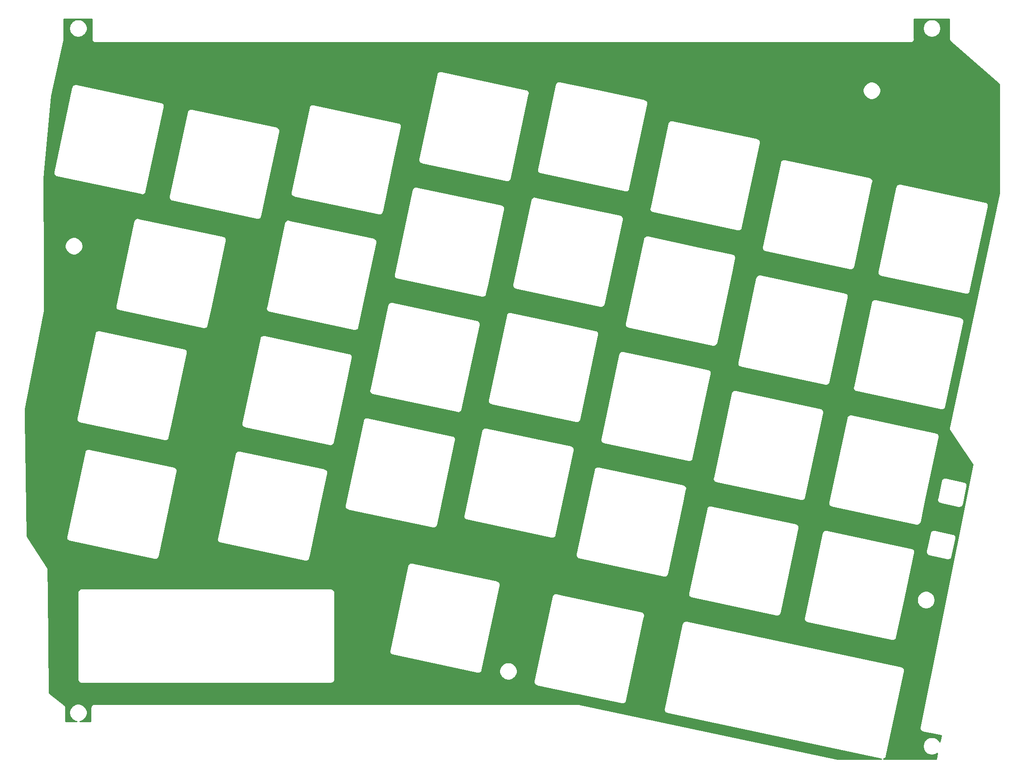
<source format=gbr>
G04 #@! TF.GenerationSoftware,KiCad,Pcbnew,(5.1.5-0-10_14)*
G04 #@! TF.CreationDate,2020-04-18T18:34:13+09:00*
G04 #@! TF.ProjectId,colice_pcb_left_keyplate,636f6c69-6365-45f7-9063-625f6c656674,rev?*
G04 #@! TF.SameCoordinates,Original*
G04 #@! TF.FileFunction,Copper,L2,Bot*
G04 #@! TF.FilePolarity,Positive*
%FSLAX46Y46*%
G04 Gerber Fmt 4.6, Leading zero omitted, Abs format (unit mm)*
G04 Created by KiCad (PCBNEW (5.1.5-0-10_14)) date 2020-04-18 18:34:13*
%MOMM*%
%LPD*%
G04 APERTURE LIST*
%ADD10C,0.254000*%
G04 APERTURE END LIST*
D10*
G36*
X26673665Y-21278907D02*
G01*
X26670109Y-21315012D01*
X26684300Y-21459097D01*
X26726328Y-21597645D01*
X26794578Y-21725332D01*
X26886427Y-21837250D01*
X26998345Y-21929099D01*
X27126032Y-21997349D01*
X27264580Y-22039377D01*
X27408665Y-22053568D01*
X27444770Y-22050012D01*
X183036982Y-22050012D01*
X183073087Y-22053568D01*
X183109192Y-22050012D01*
X183217172Y-22039377D01*
X183355720Y-21997349D01*
X183483407Y-21929099D01*
X183595325Y-21837250D01*
X183687174Y-21725332D01*
X183755424Y-21597645D01*
X183797452Y-21459097D01*
X183811643Y-21315012D01*
X183808087Y-21278907D01*
X183808087Y-19130500D01*
X185447360Y-19130500D01*
X185447360Y-19467340D01*
X185513074Y-19797709D01*
X185641978Y-20108909D01*
X185829116Y-20388981D01*
X186067299Y-20627164D01*
X186347371Y-20814302D01*
X186658571Y-20943206D01*
X186988940Y-21008920D01*
X187325780Y-21008920D01*
X187656149Y-20943206D01*
X187967349Y-20814302D01*
X188247421Y-20627164D01*
X188485604Y-20388981D01*
X188672742Y-20108909D01*
X188801646Y-19797709D01*
X188867360Y-19467340D01*
X188867360Y-19130500D01*
X188801646Y-18800131D01*
X188672742Y-18488931D01*
X188485604Y-18208859D01*
X188247421Y-17970676D01*
X187967349Y-17783538D01*
X187656149Y-17654634D01*
X187325780Y-17588920D01*
X186988940Y-17588920D01*
X186658571Y-17654634D01*
X186347371Y-17783538D01*
X186067299Y-17970676D01*
X185829116Y-18208859D01*
X185641978Y-18488931D01*
X185513074Y-18800131D01*
X185447360Y-19130500D01*
X183808087Y-19130500D01*
X183808087Y-17525252D01*
X190484890Y-17525252D01*
X190484889Y-21302558D01*
X190482856Y-21362410D01*
X190490742Y-21410541D01*
X190495524Y-21459096D01*
X190502424Y-21481841D01*
X190506265Y-21505287D01*
X190523389Y-21550953D01*
X190537552Y-21597644D01*
X190548756Y-21618606D01*
X190557098Y-21640852D01*
X190582802Y-21682301D01*
X190605802Y-21725331D01*
X190620880Y-21743703D01*
X190633402Y-21763896D01*
X190666702Y-21799538D01*
X190697651Y-21837249D01*
X190743966Y-21875259D01*
X200005603Y-30017655D01*
X200005602Y-50836044D01*
X190475033Y-95673105D01*
X190463099Y-95712447D01*
X190462975Y-95713709D01*
X190462614Y-95714913D01*
X190456338Y-95780939D01*
X190448972Y-95846862D01*
X190449384Y-95851696D01*
X190448908Y-95856532D01*
X190449032Y-95857792D01*
X190448913Y-95859044D01*
X190455638Y-95925021D01*
X190461275Y-95991120D01*
X190462623Y-95995782D01*
X190463099Y-96000617D01*
X190463466Y-96001828D01*
X190463594Y-96003080D01*
X190483067Y-96066498D01*
X190501486Y-96130207D01*
X190503716Y-96134514D01*
X190505127Y-96139165D01*
X190505723Y-96140280D01*
X190506093Y-96141485D01*
X190537572Y-96199899D01*
X190568058Y-96258776D01*
X190571086Y-96262566D01*
X190573377Y-96266852D01*
X190597191Y-96295869D01*
X194935761Y-102741421D01*
X184846998Y-152906753D01*
X184837244Y-152937449D01*
X184832763Y-152977535D01*
X184831960Y-152981527D01*
X184828748Y-153013452D01*
X184821159Y-153081335D01*
X184821507Y-153085414D01*
X184821097Y-153089485D01*
X184827650Y-153157492D01*
X184833455Y-153225594D01*
X184834592Y-153229526D01*
X184834984Y-153233598D01*
X184854677Y-153299014D01*
X184873658Y-153364683D01*
X184875540Y-153368318D01*
X184876719Y-153372235D01*
X184908802Y-153432565D01*
X184940223Y-153493255D01*
X184942777Y-153496452D01*
X184944699Y-153500066D01*
X184987942Y-153552986D01*
X185030592Y-153606371D01*
X185033721Y-153609009D01*
X185036311Y-153612178D01*
X185089051Y-153655647D01*
X185141294Y-153699684D01*
X185144877Y-153701660D01*
X185148035Y-153704263D01*
X185208233Y-153736603D01*
X185268072Y-153769607D01*
X185271972Y-153770846D01*
X185275577Y-153772783D01*
X185340890Y-153792746D01*
X185371479Y-153802466D01*
X185375462Y-153803313D01*
X185414036Y-153815103D01*
X185446081Y-153818328D01*
X188906322Y-154554032D01*
X188657451Y-155725089D01*
X188480524Y-155460299D01*
X188242341Y-155222116D01*
X187962269Y-155034978D01*
X187651069Y-154906074D01*
X187320700Y-154840360D01*
X186983860Y-154840360D01*
X186653491Y-154906074D01*
X186342291Y-155034978D01*
X186062219Y-155222116D01*
X185824036Y-155460299D01*
X185636898Y-155740371D01*
X185507994Y-156051571D01*
X185442280Y-156381940D01*
X185442280Y-156718780D01*
X185507994Y-157049149D01*
X185636898Y-157360349D01*
X185824036Y-157640421D01*
X186062219Y-157878604D01*
X186342291Y-158065742D01*
X186653491Y-158194646D01*
X186983860Y-158260360D01*
X187320700Y-158260360D01*
X187651069Y-158194646D01*
X187962269Y-158065742D01*
X188192748Y-157911741D01*
X187963323Y-158991299D01*
X177963025Y-158991299D01*
X178018392Y-158975292D01*
X178080388Y-158943190D01*
X178146961Y-158908719D01*
X178260072Y-158818343D01*
X178310704Y-158758269D01*
X178353378Y-158707637D01*
X178378229Y-158662572D01*
X178423294Y-158580854D01*
X178467131Y-158442868D01*
X178471160Y-158406811D01*
X181903368Y-142259615D01*
X181914353Y-142225037D01*
X181930429Y-142081150D01*
X181918125Y-141936891D01*
X181877914Y-141797805D01*
X181811341Y-141669236D01*
X181720965Y-141556125D01*
X181610258Y-141462819D01*
X181483476Y-141392904D01*
X181380067Y-141360051D01*
X181380059Y-141360049D01*
X181345491Y-141349067D01*
X181309443Y-141345040D01*
X140338098Y-132636328D01*
X140303516Y-132625341D01*
X140159629Y-132609265D01*
X140015370Y-132621569D01*
X139876283Y-132661780D01*
X139747715Y-132728353D01*
X139634604Y-132818728D01*
X139541297Y-132929435D01*
X139471382Y-133056217D01*
X139438529Y-133159626D01*
X139438527Y-133159637D01*
X139427545Y-133194204D01*
X139423518Y-133230247D01*
X135991309Y-149377463D01*
X135980326Y-149412035D01*
X135976298Y-149448083D01*
X135976297Y-149448090D01*
X135964250Y-149555921D01*
X135976553Y-149700179D01*
X136016764Y-149839266D01*
X136083337Y-149967835D01*
X136173713Y-150080946D01*
X136284419Y-150174252D01*
X136329484Y-150199103D01*
X136411202Y-150244168D01*
X136494400Y-150270599D01*
X136549188Y-150288005D01*
X136585246Y-150292034D01*
X177512141Y-158991299D01*
X169118145Y-158991299D01*
X119653628Y-148524701D01*
X119614612Y-148512866D01*
X119546974Y-148506204D01*
X119479517Y-148498730D01*
X119438909Y-148502231D01*
X27270290Y-148502231D01*
X27234185Y-148498675D01*
X27198080Y-148502231D01*
X27090100Y-148512866D01*
X26951552Y-148554894D01*
X26823865Y-148623144D01*
X26711947Y-148714993D01*
X26620098Y-148826911D01*
X26551848Y-148954598D01*
X26509820Y-149093146D01*
X26495629Y-149237231D01*
X26499186Y-149273346D01*
X26499185Y-151847972D01*
X24439097Y-151848866D01*
X24613549Y-151814166D01*
X24924749Y-151685262D01*
X25204821Y-151498124D01*
X25443004Y-151259941D01*
X25630142Y-150979869D01*
X25759046Y-150668669D01*
X25824760Y-150338300D01*
X25824760Y-150001460D01*
X25759046Y-149671091D01*
X25630142Y-149359891D01*
X25443004Y-149079819D01*
X25204821Y-148841636D01*
X24924749Y-148654498D01*
X24613549Y-148525594D01*
X24283180Y-148459880D01*
X23946340Y-148459880D01*
X23615971Y-148525594D01*
X23304771Y-148654498D01*
X23024699Y-148841636D01*
X22786516Y-149079819D01*
X22599378Y-149359891D01*
X22470474Y-149671091D01*
X22404760Y-150001460D01*
X22404760Y-150338300D01*
X22470474Y-150668669D01*
X22599378Y-150979869D01*
X22786516Y-151259941D01*
X23024699Y-151498124D01*
X23304771Y-151685262D01*
X23615971Y-151814166D01*
X23791836Y-151849147D01*
X21743201Y-151850037D01*
X21743201Y-149301204D01*
X21745000Y-149290542D01*
X21743201Y-149228935D01*
X21743201Y-149203530D01*
X21742147Y-149192824D01*
X21740774Y-149145821D01*
X21735068Y-149120951D01*
X21732566Y-149095550D01*
X21718912Y-149050539D01*
X21708396Y-149004706D01*
X21697947Y-148981425D01*
X21690538Y-148957002D01*
X21668369Y-148915527D01*
X21649110Y-148872618D01*
X21634317Y-148851820D01*
X21622288Y-148829315D01*
X21592455Y-148792963D01*
X21565193Y-148754635D01*
X21546625Y-148737121D01*
X21530438Y-148717397D01*
X21494090Y-148687567D01*
X21486264Y-148680185D01*
X21466165Y-148664649D01*
X21418520Y-148625548D01*
X21408984Y-148620451D01*
X18551079Y-146411416D01*
X18390537Y-127183034D01*
X24006219Y-127183034D01*
X24009776Y-127219149D01*
X24009775Y-143771877D01*
X24006219Y-143807982D01*
X24020410Y-143952067D01*
X24062438Y-144090615D01*
X24130688Y-144218302D01*
X24222537Y-144330220D01*
X24334455Y-144422069D01*
X24462142Y-144490319D01*
X24600690Y-144532347D01*
X24744775Y-144546538D01*
X24780880Y-144542982D01*
X72309775Y-144542982D01*
X72345880Y-144546538D01*
X72381985Y-144542982D01*
X72489965Y-144532347D01*
X72628513Y-144490319D01*
X72756200Y-144422069D01*
X72868118Y-144330220D01*
X72910354Y-144278755D01*
X111137089Y-144278755D01*
X111149392Y-144423013D01*
X111189603Y-144562100D01*
X111198853Y-144579963D01*
X111256176Y-144690669D01*
X111346552Y-144803780D01*
X111406626Y-144854412D01*
X111457258Y-144897086D01*
X111502323Y-144921937D01*
X111584041Y-144967002D01*
X111667239Y-144993433D01*
X111722027Y-145010839D01*
X111758085Y-145014868D01*
X127905336Y-148447066D01*
X127939905Y-148458049D01*
X127975953Y-148462077D01*
X127975960Y-148462078D01*
X128068395Y-148472405D01*
X128083791Y-148474125D01*
X128083792Y-148474125D01*
X128228050Y-148461822D01*
X128367137Y-148421611D01*
X128495705Y-148355038D01*
X128608816Y-148264662D01*
X128702123Y-148153955D01*
X128772038Y-148027173D01*
X128815876Y-147889187D01*
X128819905Y-147853123D01*
X132151496Y-132179285D01*
X162722013Y-132179285D01*
X162734316Y-132323543D01*
X162774527Y-132462630D01*
X162783777Y-132480493D01*
X162841100Y-132591199D01*
X162931476Y-132704310D01*
X162991550Y-132754942D01*
X163042182Y-132797616D01*
X163080466Y-132818728D01*
X163168965Y-132867532D01*
X163252163Y-132893963D01*
X163306951Y-132911369D01*
X163343009Y-132915398D01*
X179490260Y-136347596D01*
X179524829Y-136358579D01*
X179560877Y-136362607D01*
X179560884Y-136362608D01*
X179653319Y-136372935D01*
X179668715Y-136374655D01*
X179668716Y-136374655D01*
X179812974Y-136362352D01*
X179952061Y-136322141D01*
X180080629Y-136255568D01*
X180193740Y-136165192D01*
X180287047Y-136054485D01*
X180356962Y-135927703D01*
X180400800Y-135789717D01*
X180404829Y-135753653D01*
X181962227Y-128426700D01*
X184329760Y-128426700D01*
X184329760Y-128763540D01*
X184395474Y-129093909D01*
X184524378Y-129405109D01*
X184711516Y-129685181D01*
X184949699Y-129923364D01*
X185229771Y-130110502D01*
X185540971Y-130239406D01*
X185871340Y-130305120D01*
X186208180Y-130305120D01*
X186538549Y-130239406D01*
X186849749Y-130110502D01*
X187129821Y-129923364D01*
X187368004Y-129685181D01*
X187555142Y-129405109D01*
X187684046Y-129093909D01*
X187749760Y-128763540D01*
X187749760Y-128426700D01*
X187684046Y-128096331D01*
X187555142Y-127785131D01*
X187368004Y-127505059D01*
X187129821Y-127266876D01*
X186849749Y-127079738D01*
X186538549Y-126950834D01*
X186208180Y-126885120D01*
X185871340Y-126885120D01*
X185540971Y-126950834D01*
X185229771Y-127079738D01*
X184949699Y-127266876D01*
X184711516Y-127505059D01*
X184524378Y-127785131D01*
X184395474Y-128096331D01*
X184329760Y-128426700D01*
X181962227Y-128426700D01*
X183837035Y-119606463D01*
X183848020Y-119571885D01*
X183863500Y-119433326D01*
X186065984Y-119433326D01*
X186078287Y-119577583D01*
X186118498Y-119716670D01*
X186185071Y-119845239D01*
X186275447Y-119958350D01*
X186300379Y-119979363D01*
X186386153Y-120051656D01*
X186512935Y-120121571D01*
X186650921Y-120165409D01*
X186686978Y-120169438D01*
X190091502Y-120893093D01*
X190126072Y-120904076D01*
X190162120Y-120908104D01*
X190162127Y-120908105D01*
X190269959Y-120920152D01*
X190414217Y-120907849D01*
X190553304Y-120867638D01*
X190681873Y-120801065D01*
X190794984Y-120710689D01*
X190809649Y-120693289D01*
X190888290Y-120599983D01*
X190958205Y-120473201D01*
X190991058Y-120369792D01*
X190991059Y-120369788D01*
X191002043Y-120335214D01*
X191006071Y-120299162D01*
X191729729Y-116894643D01*
X191740712Y-116860072D01*
X191744739Y-116824026D01*
X191744741Y-116824018D01*
X191756788Y-116716187D01*
X191755367Y-116699526D01*
X191744485Y-116571926D01*
X191704274Y-116432840D01*
X191637701Y-116304271D01*
X191547325Y-116191160D01*
X191436618Y-116097854D01*
X191309836Y-116027939D01*
X191206427Y-115995086D01*
X191206420Y-115995084D01*
X191171851Y-115984102D01*
X191135801Y-115980074D01*
X187731280Y-115256421D01*
X187696699Y-115245435D01*
X187552812Y-115229359D01*
X187408553Y-115241663D01*
X187269467Y-115281874D01*
X187140898Y-115348446D01*
X187027787Y-115438822D01*
X186934480Y-115549529D01*
X186864565Y-115676311D01*
X186831712Y-115779720D01*
X186831709Y-115779733D01*
X186820728Y-115814298D01*
X186816701Y-115850340D01*
X186093043Y-119254869D01*
X186082060Y-119289439D01*
X186078032Y-119325487D01*
X186078031Y-119325494D01*
X186066579Y-119427998D01*
X186065984Y-119433326D01*
X183863500Y-119433326D01*
X183864096Y-119427998D01*
X183851792Y-119283739D01*
X183811581Y-119144653D01*
X183745008Y-119016084D01*
X183654632Y-118902973D01*
X183543925Y-118809667D01*
X183417143Y-118739752D01*
X183313734Y-118706899D01*
X183313726Y-118706897D01*
X183279158Y-118695915D01*
X183243108Y-118691887D01*
X167095853Y-115259689D01*
X167061280Y-115248705D01*
X167025225Y-115244676D01*
X167025223Y-115244676D01*
X167007092Y-115242650D01*
X166917393Y-115232628D01*
X166773134Y-115244932D01*
X166634047Y-115285143D01*
X166505479Y-115351716D01*
X166392368Y-115442092D01*
X166299061Y-115552798D01*
X166229146Y-115679580D01*
X166196293Y-115782990D01*
X166196291Y-115782998D01*
X166185309Y-115817567D01*
X166181282Y-115853612D01*
X162749072Y-132000826D01*
X162738089Y-132035399D01*
X162734061Y-132071447D01*
X162734060Y-132071454D01*
X162722013Y-132179285D01*
X132151496Y-132179285D01*
X132252111Y-131705933D01*
X132263096Y-131671355D01*
X132279172Y-131527468D01*
X132266868Y-131383209D01*
X132226657Y-131244123D01*
X132160084Y-131115554D01*
X132069708Y-131002443D01*
X131959001Y-130909137D01*
X131832219Y-130839222D01*
X131728810Y-130806369D01*
X131728802Y-130806367D01*
X131694234Y-130795385D01*
X131658184Y-130791357D01*
X116120651Y-127488759D01*
X140654788Y-127488759D01*
X140667091Y-127633017D01*
X140707302Y-127772104D01*
X140751164Y-127856811D01*
X140773875Y-127900673D01*
X140864251Y-128013784D01*
X140920182Y-128060924D01*
X140974957Y-128107090D01*
X141020022Y-128131941D01*
X141101740Y-128177006D01*
X141171563Y-128199188D01*
X141239725Y-128220843D01*
X141275784Y-128224872D01*
X157423035Y-131657071D01*
X157457604Y-131668054D01*
X157493652Y-131672082D01*
X157493659Y-131672083D01*
X157601490Y-131684130D01*
X157745748Y-131671827D01*
X157884835Y-131631616D01*
X157969542Y-131587754D01*
X158013404Y-131565043D01*
X158126515Y-131474667D01*
X158203598Y-131383209D01*
X158219821Y-131363961D01*
X158244672Y-131318896D01*
X158289737Y-131237178D01*
X158333574Y-131099192D01*
X158337602Y-131063138D01*
X161769810Y-114915938D01*
X161780795Y-114881360D01*
X161796871Y-114737473D01*
X161784567Y-114593214D01*
X161744356Y-114454128D01*
X161677783Y-114325559D01*
X161587407Y-114212448D01*
X161476700Y-114119142D01*
X161349918Y-114049227D01*
X161246509Y-114016374D01*
X161246501Y-114016372D01*
X161211933Y-114005390D01*
X161175883Y-114001362D01*
X145028628Y-110569164D01*
X144994055Y-110558180D01*
X144958000Y-110554151D01*
X144957998Y-110554151D01*
X144939867Y-110552125D01*
X144850168Y-110542103D01*
X144705909Y-110554407D01*
X144566822Y-110594618D01*
X144438254Y-110661191D01*
X144325143Y-110751567D01*
X144231836Y-110862273D01*
X144161921Y-110989055D01*
X144129068Y-111092465D01*
X144129066Y-111092473D01*
X144118084Y-111127042D01*
X144114057Y-111163087D01*
X140681847Y-127310300D01*
X140670864Y-127344873D01*
X140666836Y-127380921D01*
X140666835Y-127380928D01*
X140654788Y-127488759D01*
X116120651Y-127488759D01*
X115510929Y-127359159D01*
X115476356Y-127348175D01*
X115440301Y-127344146D01*
X115440299Y-127344146D01*
X115422168Y-127342120D01*
X115332469Y-127332098D01*
X115188210Y-127344402D01*
X115049123Y-127384613D01*
X114920555Y-127451186D01*
X114807444Y-127541562D01*
X114714137Y-127652268D01*
X114644222Y-127779050D01*
X114611369Y-127882460D01*
X114611367Y-127882468D01*
X114600385Y-127917037D01*
X114596358Y-127953082D01*
X111164148Y-144100296D01*
X111153165Y-144134869D01*
X111149137Y-144170917D01*
X111149136Y-144170924D01*
X111137089Y-144278755D01*
X72910354Y-144278755D01*
X72959967Y-144218302D01*
X73028217Y-144090615D01*
X73070245Y-143952067D01*
X73084436Y-143807982D01*
X73080880Y-143771877D01*
X73080880Y-138415664D01*
X83553365Y-138415664D01*
X83565668Y-138559922D01*
X83605879Y-138699009D01*
X83615129Y-138716872D01*
X83672452Y-138827578D01*
X83762828Y-138940689D01*
X83822902Y-138991321D01*
X83873534Y-139033995D01*
X83918599Y-139058846D01*
X84000317Y-139103911D01*
X84083515Y-139130342D01*
X84138303Y-139147748D01*
X84174361Y-139151777D01*
X100321608Y-142583975D01*
X100356179Y-142594958D01*
X100392229Y-142598986D01*
X100392235Y-142598987D01*
X100500066Y-142611034D01*
X100644325Y-142598731D01*
X100783412Y-142558520D01*
X100911980Y-142491947D01*
X101025091Y-142401571D01*
X101118398Y-142290864D01*
X101188313Y-142164082D01*
X101219314Y-142066500D01*
X104548360Y-142066500D01*
X104548360Y-142403340D01*
X104614074Y-142733709D01*
X104742978Y-143044909D01*
X104930116Y-143324981D01*
X105168299Y-143563164D01*
X105448371Y-143750302D01*
X105759571Y-143879206D01*
X106089940Y-143944920D01*
X106426780Y-143944920D01*
X106757149Y-143879206D01*
X107068349Y-143750302D01*
X107348421Y-143563164D01*
X107586604Y-143324981D01*
X107773742Y-143044909D01*
X107902646Y-142733709D01*
X107968360Y-142403340D01*
X107968360Y-142066500D01*
X107902646Y-141736131D01*
X107773742Y-141424931D01*
X107586604Y-141144859D01*
X107348421Y-140906676D01*
X107068349Y-140719538D01*
X106757149Y-140590634D01*
X106426780Y-140524920D01*
X106089940Y-140524920D01*
X105759571Y-140590634D01*
X105448371Y-140719538D01*
X105168299Y-140906676D01*
X104930116Y-141144859D01*
X104742978Y-141424931D01*
X104614074Y-141736131D01*
X104548360Y-142066500D01*
X101219314Y-142066500D01*
X101232151Y-142026096D01*
X101236180Y-141990032D01*
X104668387Y-125842842D01*
X104679372Y-125808264D01*
X104695448Y-125664377D01*
X104683144Y-125520118D01*
X104642933Y-125381032D01*
X104576360Y-125252463D01*
X104485984Y-125139352D01*
X104375277Y-125046046D01*
X104248495Y-124976131D01*
X104145086Y-124943278D01*
X104145078Y-124943276D01*
X104110510Y-124932294D01*
X104074462Y-124928267D01*
X87927205Y-121496068D01*
X87892632Y-121485084D01*
X87856577Y-121481055D01*
X87856575Y-121481055D01*
X87838444Y-121479029D01*
X87748745Y-121469007D01*
X87604486Y-121481311D01*
X87465399Y-121521522D01*
X87336831Y-121588095D01*
X87223720Y-121678471D01*
X87130413Y-121789177D01*
X87060498Y-121915959D01*
X87027645Y-122019369D01*
X87027643Y-122019377D01*
X87016661Y-122053946D01*
X87012634Y-122089991D01*
X83580424Y-138237205D01*
X83569441Y-138271778D01*
X83565413Y-138307826D01*
X83565412Y-138307833D01*
X83553365Y-138415664D01*
X73080880Y-138415664D01*
X73080880Y-127219139D01*
X73084436Y-127183034D01*
X73070245Y-127038949D01*
X73028217Y-126900401D01*
X72959967Y-126772714D01*
X72868118Y-126660796D01*
X72756200Y-126568947D01*
X72628513Y-126500697D01*
X72489965Y-126458669D01*
X72381985Y-126448034D01*
X72345880Y-126444478D01*
X72309775Y-126448034D01*
X24780880Y-126448034D01*
X24744775Y-126444478D01*
X24708670Y-126448034D01*
X24600690Y-126458669D01*
X24462142Y-126500697D01*
X24334455Y-126568947D01*
X24222537Y-126660796D01*
X24130688Y-126772714D01*
X24062438Y-126900401D01*
X24020410Y-127038949D01*
X24006219Y-127183034D01*
X18390537Y-127183034D01*
X18354974Y-122923629D01*
X18357899Y-122900187D01*
X18354370Y-122851395D01*
X18354265Y-122838763D01*
X18351769Y-122815416D01*
X18347456Y-122755782D01*
X18344081Y-122743516D01*
X18342729Y-122730876D01*
X18324907Y-122673842D01*
X18309041Y-122616189D01*
X18303338Y-122604818D01*
X18299546Y-122592684D01*
X18270940Y-122540224D01*
X18260396Y-122519202D01*
X18253644Y-122508505D01*
X18230232Y-122465571D01*
X18215098Y-122447441D01*
X14560022Y-116657076D01*
X21870251Y-116657076D01*
X21882554Y-116801334D01*
X21922765Y-116940421D01*
X21952610Y-116998058D01*
X21989338Y-117068990D01*
X22079714Y-117182101D01*
X22126985Y-117221942D01*
X22190420Y-117275407D01*
X22235485Y-117300258D01*
X22317203Y-117345323D01*
X22387026Y-117367505D01*
X22455188Y-117389160D01*
X22491247Y-117393189D01*
X38638498Y-120825388D01*
X38673067Y-120836371D01*
X38709115Y-120840399D01*
X38709122Y-120840400D01*
X38816953Y-120852447D01*
X38961211Y-120840144D01*
X39100298Y-120799933D01*
X39221802Y-120737018D01*
X39228867Y-120733360D01*
X39341978Y-120642984D01*
X39406528Y-120566396D01*
X39435284Y-120532278D01*
X39477714Y-120455336D01*
X39505200Y-120405495D01*
X39549037Y-120267509D01*
X39553065Y-120231455D01*
X40239203Y-117003442D01*
X50626917Y-117003442D01*
X50639220Y-117147700D01*
X50679431Y-117286787D01*
X50723293Y-117371494D01*
X50746004Y-117415356D01*
X50836380Y-117528467D01*
X50896454Y-117579099D01*
X50947086Y-117621773D01*
X50992151Y-117646624D01*
X51073869Y-117691689D01*
X51143692Y-117713871D01*
X51211854Y-117735526D01*
X51247914Y-117739555D01*
X67395161Y-121171753D01*
X67429732Y-121182736D01*
X67465782Y-121186764D01*
X67465788Y-121186765D01*
X67556379Y-121196886D01*
X67573619Y-121198812D01*
X67573620Y-121198812D01*
X67717878Y-121186509D01*
X67856965Y-121146298D01*
X67985533Y-121079725D01*
X68098644Y-120989349D01*
X68191951Y-120878642D01*
X68261866Y-120751860D01*
X68305704Y-120613874D01*
X68309733Y-120577810D01*
X68423756Y-120041372D01*
X119173555Y-120041372D01*
X119185858Y-120185630D01*
X119226069Y-120324717D01*
X119249409Y-120369792D01*
X119292642Y-120453286D01*
X119383018Y-120566397D01*
X119422868Y-120599983D01*
X119493724Y-120659703D01*
X119538789Y-120684554D01*
X119620507Y-120729619D01*
X119703705Y-120756050D01*
X119758493Y-120773456D01*
X119794551Y-120777485D01*
X135941802Y-124209683D01*
X135976371Y-124220666D01*
X136012419Y-124224694D01*
X136012426Y-124224695D01*
X136104861Y-124235022D01*
X136120257Y-124236742D01*
X136120258Y-124236742D01*
X136264516Y-124224439D01*
X136403603Y-124184228D01*
X136532171Y-124117655D01*
X136645282Y-124027279D01*
X136738589Y-123916572D01*
X136808504Y-123789790D01*
X136852342Y-123651804D01*
X136856371Y-123615740D01*
X139726665Y-110112123D01*
X167412552Y-110112123D01*
X167424855Y-110256381D01*
X167465066Y-110395468D01*
X167474316Y-110413331D01*
X167531639Y-110524037D01*
X167622015Y-110637148D01*
X167682089Y-110687780D01*
X167732721Y-110730454D01*
X167771007Y-110751567D01*
X167859504Y-110800370D01*
X167942702Y-110826801D01*
X167997490Y-110844207D01*
X168033548Y-110848236D01*
X184180799Y-114280434D01*
X184215368Y-114291417D01*
X184251416Y-114295445D01*
X184251423Y-114295446D01*
X184340485Y-114305396D01*
X184359254Y-114307493D01*
X184359255Y-114307493D01*
X184503513Y-114295190D01*
X184642600Y-114254979D01*
X184771168Y-114188406D01*
X184884279Y-114098030D01*
X184977586Y-113987323D01*
X185047501Y-113860541D01*
X185091339Y-113722555D01*
X185095368Y-113686491D01*
X185998465Y-109437771D01*
X188190717Y-109437771D01*
X188203020Y-109582028D01*
X188218500Y-109635571D01*
X188243231Y-109721116D01*
X188309804Y-109849685D01*
X188322650Y-109865762D01*
X188400179Y-109962795D01*
X188510886Y-110056102D01*
X188637668Y-110126017D01*
X188775654Y-110169855D01*
X188811711Y-110173884D01*
X192216234Y-110897538D01*
X192250806Y-110908521D01*
X192286856Y-110912549D01*
X192286862Y-110912550D01*
X192394693Y-110924597D01*
X192538952Y-110912294D01*
X192678038Y-110872083D01*
X192806607Y-110805510D01*
X192919718Y-110715134D01*
X192985447Y-110637147D01*
X193013024Y-110604428D01*
X193082939Y-110477646D01*
X193082940Y-110477645D01*
X193126777Y-110339659D01*
X193130805Y-110303605D01*
X193854462Y-106899088D01*
X193865445Y-106864517D01*
X193869472Y-106828471D01*
X193869474Y-106828463D01*
X193881521Y-106720631D01*
X193877353Y-106671754D01*
X193869218Y-106576372D01*
X193829007Y-106437285D01*
X193762434Y-106308716D01*
X193672058Y-106195605D01*
X193561351Y-106102299D01*
X193504485Y-106070940D01*
X193434570Y-106032384D01*
X193296584Y-105988546D01*
X193260527Y-105984517D01*
X189856005Y-105260864D01*
X189821433Y-105249881D01*
X189785380Y-105245853D01*
X189785377Y-105245852D01*
X189760325Y-105243053D01*
X189677546Y-105233804D01*
X189533288Y-105246108D01*
X189394201Y-105286319D01*
X189265632Y-105352891D01*
X189152521Y-105443267D01*
X189059215Y-105553974D01*
X188989299Y-105680756D01*
X188956446Y-105784165D01*
X188956443Y-105784178D01*
X188945462Y-105818743D01*
X188941435Y-105854785D01*
X188217778Y-109259307D01*
X188206793Y-109293885D01*
X188202765Y-109329939D01*
X188190717Y-109437771D01*
X185998465Y-109437771D01*
X188527574Y-97539301D01*
X188538559Y-97504723D01*
X188554635Y-97360836D01*
X188542331Y-97216577D01*
X188502120Y-97077491D01*
X188435547Y-96948922D01*
X188345171Y-96835811D01*
X188234464Y-96742505D01*
X188107682Y-96672590D01*
X188004273Y-96639737D01*
X188004265Y-96639735D01*
X187969697Y-96628753D01*
X187933647Y-96624725D01*
X171786392Y-93192527D01*
X171751819Y-93181543D01*
X171715764Y-93177514D01*
X171715762Y-93177514D01*
X171697631Y-93175488D01*
X171607932Y-93165466D01*
X171463673Y-93177770D01*
X171324586Y-93217981D01*
X171196018Y-93284554D01*
X171082907Y-93374930D01*
X170989600Y-93485636D01*
X170919685Y-93612418D01*
X170886832Y-93715828D01*
X170886830Y-93715836D01*
X170875848Y-93750405D01*
X170871821Y-93786450D01*
X167439611Y-109933664D01*
X167428628Y-109968237D01*
X167424600Y-110004285D01*
X167424599Y-110004292D01*
X167412552Y-110112123D01*
X139726665Y-110112123D01*
X140288577Y-107468550D01*
X140299562Y-107433972D01*
X140315638Y-107290085D01*
X140303334Y-107145826D01*
X140263123Y-107006740D01*
X140196550Y-106878171D01*
X140106174Y-106765060D01*
X139995467Y-106671754D01*
X139868685Y-106601839D01*
X139765276Y-106568986D01*
X139765268Y-106568984D01*
X139730700Y-106558002D01*
X139694650Y-106553974D01*
X134367229Y-105421598D01*
X145345327Y-105421598D01*
X145357630Y-105565856D01*
X145397841Y-105704943D01*
X145441703Y-105789650D01*
X145464414Y-105833512D01*
X145554790Y-105946623D01*
X145614864Y-105997255D01*
X145665496Y-106039929D01*
X145710561Y-106064780D01*
X145792279Y-106109845D01*
X145875477Y-106136276D01*
X145930265Y-106153682D01*
X145966323Y-106157711D01*
X162113574Y-109589909D01*
X162148143Y-109600892D01*
X162184191Y-109604920D01*
X162184198Y-109604921D01*
X162276633Y-109615248D01*
X162292029Y-109616968D01*
X162292030Y-109616968D01*
X162436288Y-109604665D01*
X162575375Y-109564454D01*
X162703943Y-109497881D01*
X162817054Y-109407505D01*
X162910361Y-109296798D01*
X162980276Y-109170016D01*
X163024114Y-109032030D01*
X163028143Y-108995966D01*
X166460349Y-92848776D01*
X166471334Y-92814198D01*
X166487410Y-92670311D01*
X166475106Y-92526052D01*
X166434895Y-92386966D01*
X166368322Y-92258397D01*
X166277946Y-92145286D01*
X166167239Y-92051980D01*
X166040457Y-91982065D01*
X165937048Y-91949212D01*
X165937040Y-91949210D01*
X165902472Y-91938228D01*
X165866422Y-91934200D01*
X149719167Y-88502002D01*
X149684594Y-88491018D01*
X149648539Y-88486989D01*
X149648537Y-88486989D01*
X149630406Y-88484963D01*
X149540707Y-88474941D01*
X149396448Y-88487245D01*
X149257361Y-88527456D01*
X149128793Y-88594029D01*
X149015682Y-88684405D01*
X148922375Y-88795111D01*
X148852460Y-88921893D01*
X148819607Y-89025303D01*
X148819605Y-89025311D01*
X148808623Y-89059880D01*
X148804596Y-89095925D01*
X145372386Y-105243139D01*
X145361403Y-105277712D01*
X145357375Y-105313760D01*
X145357374Y-105313767D01*
X145345327Y-105421598D01*
X134367229Y-105421598D01*
X123547395Y-103121776D01*
X123512822Y-103110792D01*
X123476767Y-103106763D01*
X123476765Y-103106763D01*
X123458634Y-103104737D01*
X123368935Y-103094715D01*
X123224676Y-103107019D01*
X123085589Y-103147230D01*
X122957021Y-103213803D01*
X122843910Y-103304179D01*
X122750603Y-103414885D01*
X122680688Y-103541667D01*
X122647835Y-103645077D01*
X122647833Y-103645085D01*
X122636851Y-103679654D01*
X122632824Y-103715699D01*
X119200614Y-119862913D01*
X119189631Y-119897486D01*
X119185603Y-119933534D01*
X119185602Y-119933541D01*
X119173555Y-120041372D01*
X68423756Y-120041372D01*
X70417755Y-110660386D01*
X75039411Y-110660386D01*
X75051714Y-110804644D01*
X75091925Y-110943731D01*
X75124644Y-111006919D01*
X75158498Y-111072300D01*
X75248874Y-111185411D01*
X75308948Y-111236043D01*
X75359580Y-111278717D01*
X75404645Y-111303568D01*
X75486363Y-111348633D01*
X75556186Y-111370815D01*
X75624348Y-111392470D01*
X75660407Y-111396499D01*
X91807658Y-114828698D01*
X91842227Y-114839681D01*
X91878275Y-114843709D01*
X91878282Y-114843710D01*
X91986113Y-114855757D01*
X92130371Y-114843454D01*
X92269458Y-114803243D01*
X92354165Y-114759381D01*
X92398027Y-114736670D01*
X92511138Y-114646294D01*
X92600999Y-114539675D01*
X92604444Y-114535588D01*
X92649365Y-114454129D01*
X92674360Y-114408805D01*
X92718197Y-114270819D01*
X92722225Y-114234765D01*
X93071636Y-112590919D01*
X97692973Y-112590919D01*
X97705276Y-112735177D01*
X97745487Y-112874264D01*
X97753854Y-112890422D01*
X97812060Y-113002833D01*
X97902436Y-113115944D01*
X97962510Y-113166576D01*
X98013142Y-113209250D01*
X98058207Y-113234101D01*
X98139925Y-113279166D01*
X98223123Y-113305597D01*
X98277911Y-113323003D01*
X98313969Y-113327032D01*
X114461220Y-116759230D01*
X114495789Y-116770213D01*
X114531837Y-116774241D01*
X114531844Y-116774242D01*
X114624279Y-116784569D01*
X114639675Y-116786289D01*
X114639676Y-116786289D01*
X114783934Y-116773986D01*
X114923021Y-116733775D01*
X115051589Y-116667202D01*
X115164700Y-116576826D01*
X115258007Y-116466119D01*
X115327922Y-116339337D01*
X115371760Y-116201351D01*
X115375789Y-116165287D01*
X118807995Y-100018097D01*
X118818980Y-99983519D01*
X118835056Y-99839632D01*
X118822752Y-99695373D01*
X118782541Y-99556287D01*
X118715968Y-99427718D01*
X118625592Y-99314607D01*
X118514885Y-99221301D01*
X118388103Y-99151386D01*
X118284694Y-99118533D01*
X118284686Y-99118531D01*
X118250118Y-99107549D01*
X118214068Y-99103521D01*
X112901067Y-97974210D01*
X123864094Y-97974210D01*
X123876397Y-98118468D01*
X123916608Y-98257555D01*
X123947780Y-98317755D01*
X123983181Y-98386124D01*
X124073557Y-98499235D01*
X124107389Y-98527749D01*
X124184263Y-98592541D01*
X124229328Y-98617392D01*
X124311046Y-98662457D01*
X124394244Y-98688888D01*
X124449032Y-98706294D01*
X124485090Y-98710323D01*
X140632337Y-102142521D01*
X140666908Y-102153504D01*
X140702958Y-102157532D01*
X140702964Y-102157533D01*
X140810795Y-102169580D01*
X140955054Y-102157277D01*
X141094141Y-102117066D01*
X141222709Y-102050493D01*
X141335820Y-101960117D01*
X141429127Y-101849410D01*
X141499042Y-101722628D01*
X141542880Y-101584642D01*
X141546909Y-101548578D01*
X144417139Y-88045267D01*
X172103025Y-88045267D01*
X172115328Y-88189525D01*
X172155539Y-88328612D01*
X172164789Y-88346475D01*
X172222112Y-88457181D01*
X172312488Y-88570292D01*
X172372562Y-88620924D01*
X172423194Y-88663598D01*
X172460925Y-88684405D01*
X172549977Y-88733514D01*
X172619800Y-88755696D01*
X172687962Y-88777351D01*
X172724021Y-88781380D01*
X188871272Y-92213579D01*
X188905841Y-92224562D01*
X188941889Y-92228590D01*
X188941896Y-92228591D01*
X189049727Y-92240638D01*
X189193985Y-92228335D01*
X189333072Y-92188124D01*
X189417779Y-92144262D01*
X189461641Y-92121551D01*
X189574752Y-92031175D01*
X189625384Y-91971101D01*
X189668058Y-91920469D01*
X189692909Y-91875404D01*
X189737974Y-91793686D01*
X189781811Y-91655700D01*
X189785839Y-91619646D01*
X193218047Y-75472446D01*
X193229032Y-75437868D01*
X193245108Y-75293981D01*
X193232804Y-75149722D01*
X193192593Y-75010636D01*
X193126020Y-74882067D01*
X193035644Y-74768956D01*
X192924937Y-74675650D01*
X192798155Y-74605735D01*
X192694746Y-74572882D01*
X192694738Y-74572880D01*
X192660170Y-74561898D01*
X192624120Y-74557870D01*
X176476865Y-71125672D01*
X176442292Y-71114688D01*
X176406237Y-71110659D01*
X176406235Y-71110659D01*
X176388104Y-71108633D01*
X176298405Y-71098611D01*
X176154146Y-71110915D01*
X176015059Y-71151126D01*
X175886491Y-71217699D01*
X175773380Y-71308075D01*
X175680073Y-71418781D01*
X175610158Y-71545563D01*
X175577305Y-71648973D01*
X175577303Y-71648981D01*
X175566321Y-71683550D01*
X175562294Y-71719595D01*
X172130084Y-87866808D01*
X172119101Y-87901381D01*
X172115073Y-87937429D01*
X172115072Y-87937436D01*
X172103025Y-88045267D01*
X144417139Y-88045267D01*
X144979116Y-85401388D01*
X144990101Y-85366810D01*
X145006177Y-85222923D01*
X144993873Y-85078664D01*
X144953662Y-84939578D01*
X144887089Y-84811009D01*
X144796713Y-84697898D01*
X144686006Y-84604592D01*
X144559224Y-84534677D01*
X144455815Y-84501824D01*
X144455807Y-84501822D01*
X144421239Y-84490840D01*
X144385191Y-84486813D01*
X139059206Y-83354742D01*
X150035800Y-83354742D01*
X150048103Y-83499000D01*
X150088314Y-83638087D01*
X150097564Y-83655950D01*
X150154887Y-83766656D01*
X150245263Y-83879767D01*
X150305337Y-83930399D01*
X150355969Y-83973073D01*
X150401034Y-83997924D01*
X150482752Y-84042989D01*
X150552575Y-84065171D01*
X150620737Y-84086826D01*
X150656797Y-84090855D01*
X166804044Y-87523053D01*
X166838615Y-87534036D01*
X166874665Y-87538064D01*
X166874671Y-87538065D01*
X166965262Y-87548186D01*
X166982502Y-87550112D01*
X166982503Y-87550112D01*
X167126761Y-87537809D01*
X167265848Y-87497598D01*
X167394416Y-87431025D01*
X167507527Y-87340649D01*
X167600834Y-87229942D01*
X167670749Y-87103160D01*
X167714587Y-86965174D01*
X167718616Y-86929110D01*
X171150822Y-70781921D01*
X171161807Y-70747343D01*
X171177883Y-70603456D01*
X171165579Y-70459197D01*
X171125368Y-70320111D01*
X171058795Y-70191542D01*
X170968419Y-70078431D01*
X170857712Y-69985125D01*
X170730930Y-69915210D01*
X170627521Y-69882357D01*
X170627513Y-69882355D01*
X170592945Y-69871373D01*
X170556895Y-69867345D01*
X154409640Y-66435147D01*
X154375067Y-66424163D01*
X154339012Y-66420134D01*
X154339010Y-66420134D01*
X154320879Y-66418108D01*
X154231180Y-66408086D01*
X154086921Y-66420390D01*
X153947834Y-66460601D01*
X153819266Y-66527174D01*
X153706155Y-66617550D01*
X153612848Y-66728256D01*
X153542933Y-66855038D01*
X153510080Y-66958448D01*
X153510078Y-66958456D01*
X153499096Y-66993025D01*
X153495069Y-67029070D01*
X150062859Y-83176283D01*
X150051876Y-83210856D01*
X150047848Y-83246904D01*
X150047847Y-83246911D01*
X150035800Y-83354742D01*
X139059206Y-83354742D01*
X128237934Y-81054614D01*
X128203361Y-81043630D01*
X128167306Y-81039601D01*
X128167304Y-81039601D01*
X128149173Y-81037575D01*
X128059474Y-81027553D01*
X127915215Y-81039857D01*
X127776128Y-81080068D01*
X127647560Y-81146641D01*
X127534449Y-81237017D01*
X127441142Y-81347723D01*
X127371227Y-81474505D01*
X127338374Y-81577915D01*
X127338372Y-81577923D01*
X127327390Y-81612492D01*
X127323363Y-81648537D01*
X123891153Y-97795751D01*
X123880170Y-97830324D01*
X123876142Y-97866372D01*
X123876141Y-97866379D01*
X123864094Y-97974210D01*
X112901067Y-97974210D01*
X102066813Y-95671323D01*
X102032240Y-95660339D01*
X101996185Y-95656310D01*
X101996183Y-95656310D01*
X101978052Y-95654284D01*
X101888353Y-95644262D01*
X101744094Y-95656566D01*
X101605007Y-95696777D01*
X101476439Y-95763350D01*
X101363328Y-95853726D01*
X101270021Y-95964432D01*
X101200106Y-96091214D01*
X101167253Y-96194624D01*
X101167251Y-96194632D01*
X101156269Y-96229201D01*
X101152242Y-96265246D01*
X97720032Y-112412460D01*
X97709049Y-112447033D01*
X97705021Y-112483081D01*
X97705020Y-112483088D01*
X97692973Y-112590919D01*
X93071636Y-112590919D01*
X96154433Y-98087565D01*
X96165418Y-98052987D01*
X96181494Y-97909100D01*
X96169190Y-97764841D01*
X96128979Y-97625755D01*
X96062406Y-97497186D01*
X95972030Y-97384075D01*
X95861323Y-97290769D01*
X95734541Y-97220854D01*
X95631132Y-97188001D01*
X95631124Y-97187999D01*
X95596556Y-97177017D01*
X95560506Y-97172989D01*
X79413252Y-93740791D01*
X79378679Y-93729807D01*
X79342627Y-93725779D01*
X79342622Y-93725778D01*
X79253561Y-93715828D01*
X79234792Y-93713731D01*
X79234791Y-93713731D01*
X79223455Y-93714698D01*
X79090533Y-93726034D01*
X78951446Y-93766245D01*
X78822878Y-93832818D01*
X78709767Y-93923194D01*
X78616460Y-94033900D01*
X78546545Y-94160683D01*
X78513692Y-94264092D01*
X78513690Y-94264100D01*
X78502708Y-94298669D01*
X78498681Y-94334714D01*
X75066470Y-110481927D01*
X75055487Y-110516500D01*
X75051459Y-110552548D01*
X75051458Y-110552555D01*
X75039411Y-110660386D01*
X70417755Y-110660386D01*
X71741939Y-104430621D01*
X71752924Y-104396043D01*
X71769000Y-104252156D01*
X71756696Y-104107897D01*
X71716485Y-103968811D01*
X71649912Y-103840242D01*
X71559536Y-103727131D01*
X71448829Y-103633825D01*
X71322047Y-103563910D01*
X71218638Y-103531057D01*
X71218630Y-103531055D01*
X71184062Y-103520073D01*
X71148012Y-103516045D01*
X55000757Y-100083847D01*
X54966184Y-100072863D01*
X54930129Y-100068834D01*
X54930127Y-100068834D01*
X54911996Y-100066808D01*
X54822297Y-100056786D01*
X54678038Y-100069090D01*
X54538951Y-100109301D01*
X54410383Y-100175874D01*
X54297272Y-100266250D01*
X54203965Y-100376956D01*
X54134050Y-100503738D01*
X54101197Y-100607148D01*
X54101195Y-100607156D01*
X54090213Y-100641725D01*
X54086186Y-100677770D01*
X50653976Y-116824983D01*
X50642993Y-116859556D01*
X50638965Y-116895604D01*
X50638964Y-116895611D01*
X50626917Y-117003442D01*
X40239203Y-117003442D01*
X42985273Y-104084255D01*
X42996258Y-104049677D01*
X43012334Y-103905790D01*
X43000030Y-103761531D01*
X42959819Y-103622445D01*
X42893246Y-103493876D01*
X42802870Y-103380765D01*
X42692163Y-103287459D01*
X42565381Y-103217544D01*
X42461972Y-103184691D01*
X42461964Y-103184689D01*
X42427396Y-103173707D01*
X42391346Y-103169679D01*
X26244091Y-99737481D01*
X26209518Y-99726497D01*
X26173463Y-99722468D01*
X26173461Y-99722468D01*
X26155330Y-99720442D01*
X26065631Y-99710420D01*
X25921372Y-99722724D01*
X25782285Y-99762935D01*
X25653717Y-99829508D01*
X25540606Y-99919884D01*
X25447299Y-100030590D01*
X25377384Y-100157372D01*
X25344531Y-100260782D01*
X25344529Y-100260790D01*
X25333547Y-100295359D01*
X25329520Y-100331404D01*
X21897310Y-116478617D01*
X21886327Y-116513190D01*
X21882299Y-116549238D01*
X21882298Y-116549245D01*
X21870251Y-116657076D01*
X14560022Y-116657076D01*
X14351212Y-116326280D01*
X14001600Y-94004837D01*
X23808210Y-94004837D01*
X23820513Y-94149095D01*
X23860724Y-94288182D01*
X23904586Y-94372889D01*
X23927297Y-94416751D01*
X24017673Y-94529862D01*
X24064968Y-94569723D01*
X24128379Y-94623168D01*
X24173444Y-94648019D01*
X24255162Y-94693084D01*
X24337139Y-94719127D01*
X24393148Y-94736921D01*
X24429206Y-94740950D01*
X40569100Y-98171585D01*
X40603669Y-98182567D01*
X40639717Y-98186595D01*
X40639724Y-98186596D01*
X40747556Y-98198643D01*
X40891814Y-98186340D01*
X41030901Y-98146129D01*
X41139954Y-98089661D01*
X41159470Y-98079556D01*
X41272581Y-97989180D01*
X41340074Y-97909100D01*
X41365887Y-97878474D01*
X41435802Y-97751691D01*
X41468655Y-97648282D01*
X41468655Y-97648281D01*
X41479640Y-97613705D01*
X41483668Y-97577651D01*
X42045111Y-94936280D01*
X55317456Y-94936280D01*
X55329759Y-95080538D01*
X55369970Y-95219625D01*
X55413832Y-95304332D01*
X55436543Y-95348194D01*
X55526919Y-95461305D01*
X55586993Y-95511937D01*
X55637625Y-95554611D01*
X55672602Y-95573899D01*
X55764408Y-95624527D01*
X55826529Y-95644262D01*
X55902393Y-95668364D01*
X55938452Y-95672393D01*
X72085703Y-99104592D01*
X72120272Y-99115575D01*
X72156320Y-99119603D01*
X72156327Y-99119604D01*
X72264158Y-99131651D01*
X72408416Y-99119348D01*
X72547503Y-99079137D01*
X72632210Y-99035275D01*
X72676072Y-99012564D01*
X72789183Y-98922188D01*
X72839815Y-98862114D01*
X72882489Y-98811482D01*
X72907340Y-98766417D01*
X72952405Y-98684699D01*
X72996242Y-98546713D01*
X73000270Y-98510659D01*
X75108294Y-88593226D01*
X79729950Y-88593226D01*
X79730935Y-88604771D01*
X79742253Y-88737483D01*
X79782464Y-88876570D01*
X79826326Y-88961277D01*
X79849037Y-89005139D01*
X79939413Y-89118250D01*
X79999487Y-89168882D01*
X80050119Y-89211556D01*
X80095184Y-89236407D01*
X80176902Y-89281472D01*
X80260100Y-89307903D01*
X80314888Y-89325309D01*
X80350946Y-89329338D01*
X96498194Y-92761536D01*
X96532765Y-92772519D01*
X96568815Y-92776547D01*
X96568821Y-92776548D01*
X96659412Y-92786669D01*
X96676652Y-92788595D01*
X96676653Y-92788595D01*
X96820911Y-92776292D01*
X96959998Y-92736081D01*
X97088566Y-92669508D01*
X97201677Y-92579132D01*
X97294984Y-92468425D01*
X97364899Y-92341643D01*
X97408737Y-92203657D01*
X97412766Y-92167593D01*
X97762175Y-90523757D01*
X102383512Y-90523757D01*
X102395815Y-90668015D01*
X102436026Y-90807102D01*
X102445276Y-90824965D01*
X102502599Y-90935671D01*
X102592975Y-91048782D01*
X102653049Y-91099414D01*
X102703681Y-91142088D01*
X102748746Y-91166939D01*
X102830464Y-91212004D01*
X102904830Y-91235629D01*
X102968450Y-91255841D01*
X103004508Y-91259870D01*
X119151755Y-94692068D01*
X119186326Y-94703051D01*
X119222376Y-94707079D01*
X119222382Y-94707080D01*
X119330213Y-94719127D01*
X119474472Y-94706824D01*
X119613559Y-94666613D01*
X119742127Y-94600040D01*
X119855238Y-94509664D01*
X119948545Y-94398957D01*
X120018460Y-94272175D01*
X120062298Y-94134189D01*
X120066327Y-94098125D01*
X123498535Y-77950929D01*
X123509518Y-77916358D01*
X123513545Y-77880312D01*
X123513547Y-77880304D01*
X123525594Y-77772473D01*
X123525594Y-77772471D01*
X123513291Y-77628212D01*
X123473080Y-77489126D01*
X123406507Y-77360557D01*
X123316131Y-77247446D01*
X123205424Y-77154140D01*
X123078642Y-77084224D01*
X122975232Y-77051372D01*
X122975227Y-77051371D01*
X122940657Y-77040388D01*
X122904607Y-77036360D01*
X117591603Y-75907048D01*
X128554632Y-75907048D01*
X128566935Y-76051306D01*
X128607146Y-76190393D01*
X128639724Y-76253308D01*
X128673719Y-76318962D01*
X128764095Y-76432073D01*
X128797927Y-76460587D01*
X128874801Y-76525379D01*
X128919866Y-76550230D01*
X129001584Y-76595295D01*
X129084782Y-76621726D01*
X129139570Y-76639132D01*
X129175628Y-76643161D01*
X145322876Y-80075359D01*
X145357447Y-80086342D01*
X145393497Y-80090370D01*
X145393503Y-80090371D01*
X145484094Y-80100492D01*
X145501334Y-80102418D01*
X145501335Y-80102418D01*
X145645593Y-80090115D01*
X145784680Y-80049904D01*
X145913248Y-79983331D01*
X146026359Y-79892955D01*
X146119666Y-79782248D01*
X146189581Y-79655466D01*
X146233419Y-79517480D01*
X146237448Y-79481416D01*
X149107677Y-65978106D01*
X176793564Y-65978106D01*
X176805867Y-66122364D01*
X176846078Y-66261451D01*
X176855328Y-66279314D01*
X176912651Y-66390020D01*
X177003027Y-66503131D01*
X177063101Y-66553763D01*
X177113733Y-66596437D01*
X177152019Y-66617550D01*
X177240516Y-66666353D01*
X177323714Y-66692784D01*
X177378502Y-66710190D01*
X177414560Y-66714219D01*
X193561811Y-70146417D01*
X193596380Y-70157400D01*
X193632428Y-70161428D01*
X193632435Y-70161429D01*
X193718749Y-70171072D01*
X193740266Y-70173476D01*
X193740267Y-70173476D01*
X193884525Y-70161173D01*
X194023612Y-70120962D01*
X194152180Y-70054389D01*
X194265291Y-69964013D01*
X194358598Y-69853306D01*
X194428513Y-69726524D01*
X194472351Y-69588538D01*
X194476380Y-69552474D01*
X197908586Y-53405284D01*
X197919571Y-53370706D01*
X197935647Y-53226819D01*
X197923343Y-53082560D01*
X197883132Y-52943474D01*
X197816559Y-52814905D01*
X197726183Y-52701794D01*
X197615476Y-52608488D01*
X197488694Y-52538573D01*
X197385285Y-52505720D01*
X197385277Y-52505718D01*
X197350709Y-52494736D01*
X197314659Y-52490708D01*
X181167404Y-49058510D01*
X181132831Y-49047526D01*
X181096776Y-49043497D01*
X181096774Y-49043497D01*
X181078643Y-49041471D01*
X180988944Y-49031449D01*
X180844685Y-49043753D01*
X180705598Y-49083964D01*
X180577030Y-49150537D01*
X180463919Y-49240913D01*
X180370612Y-49351619D01*
X180300697Y-49478401D01*
X180267844Y-49581811D01*
X180267842Y-49581819D01*
X180256860Y-49616388D01*
X180252833Y-49652433D01*
X176820623Y-65799647D01*
X176809640Y-65834220D01*
X176805612Y-65870268D01*
X176805611Y-65870275D01*
X176793564Y-65978106D01*
X149107677Y-65978106D01*
X149669655Y-63334220D01*
X149680638Y-63299649D01*
X149684665Y-63263603D01*
X149684667Y-63263595D01*
X149696714Y-63155763D01*
X149684411Y-63011505D01*
X149684411Y-63011503D01*
X149644200Y-62872417D01*
X149577627Y-62743848D01*
X149487251Y-62630737D01*
X149376544Y-62537431D01*
X149249762Y-62467515D01*
X149146352Y-62434663D01*
X149146347Y-62434662D01*
X149111777Y-62423679D01*
X149075725Y-62419651D01*
X143749742Y-61287580D01*
X154726339Y-61287580D01*
X154738642Y-61431838D01*
X154778853Y-61570925D01*
X154788103Y-61588788D01*
X154845426Y-61699494D01*
X154935802Y-61812605D01*
X154995876Y-61863237D01*
X155046508Y-61905911D01*
X155091573Y-61930762D01*
X155173291Y-61975827D01*
X155243114Y-61998009D01*
X155311276Y-62019664D01*
X155347335Y-62023693D01*
X171494586Y-65455892D01*
X171529155Y-65466875D01*
X171565203Y-65470903D01*
X171565210Y-65470904D01*
X171673041Y-65482951D01*
X171817299Y-65470648D01*
X171956386Y-65430437D01*
X172041093Y-65386575D01*
X172084955Y-65363864D01*
X172198066Y-65273488D01*
X172248698Y-65213414D01*
X172291372Y-65162782D01*
X172316223Y-65117717D01*
X172361288Y-65035999D01*
X172405125Y-64898013D01*
X172409153Y-64861959D01*
X175841361Y-48714759D01*
X175852346Y-48680181D01*
X175868422Y-48536294D01*
X175856118Y-48392035D01*
X175815907Y-48252949D01*
X175749334Y-48124380D01*
X175658958Y-48011269D01*
X175548251Y-47917963D01*
X175421469Y-47848048D01*
X175318060Y-47815195D01*
X175318052Y-47815193D01*
X175283484Y-47804211D01*
X175247434Y-47800183D01*
X159100179Y-44367985D01*
X159065606Y-44357001D01*
X159029551Y-44352972D01*
X159029549Y-44352972D01*
X159011418Y-44350946D01*
X158921719Y-44340924D01*
X158777460Y-44353228D01*
X158638373Y-44393439D01*
X158509805Y-44460012D01*
X158396694Y-44550388D01*
X158303387Y-44661094D01*
X158233472Y-44787876D01*
X158200619Y-44891286D01*
X158200617Y-44891294D01*
X158189635Y-44925863D01*
X158185608Y-44961908D01*
X154753398Y-61109121D01*
X154742415Y-61143694D01*
X154738387Y-61179742D01*
X154738386Y-61179749D01*
X154726339Y-61287580D01*
X143749742Y-61287580D01*
X132928472Y-58987452D01*
X132893899Y-58976468D01*
X132857844Y-58972439D01*
X132857842Y-58972439D01*
X132839711Y-58970413D01*
X132750012Y-58960391D01*
X132605753Y-58972695D01*
X132466666Y-59012906D01*
X132338098Y-59079479D01*
X132224987Y-59169855D01*
X132131680Y-59280561D01*
X132061765Y-59407343D01*
X132028912Y-59510753D01*
X132028910Y-59510761D01*
X132017928Y-59545330D01*
X132013901Y-59581375D01*
X128581691Y-75728589D01*
X128570708Y-75763162D01*
X128566680Y-75799210D01*
X128566679Y-75799217D01*
X128554632Y-75907048D01*
X117591603Y-75907048D01*
X106757352Y-73604161D01*
X106722779Y-73593177D01*
X106686724Y-73589148D01*
X106686722Y-73589148D01*
X106668591Y-73587122D01*
X106578892Y-73577100D01*
X106434633Y-73589404D01*
X106295546Y-73629615D01*
X106166978Y-73696188D01*
X106053867Y-73786564D01*
X105960560Y-73897270D01*
X105890645Y-74024052D01*
X105857792Y-74127462D01*
X105857790Y-74127470D01*
X105846808Y-74162039D01*
X105842781Y-74198084D01*
X102410571Y-90345298D01*
X102399588Y-90379871D01*
X102395560Y-90415919D01*
X102395559Y-90415926D01*
X102383512Y-90523757D01*
X97762175Y-90523757D01*
X100844973Y-76020397D01*
X100855956Y-75985826D01*
X100859983Y-75949780D01*
X100859985Y-75949772D01*
X100872032Y-75841940D01*
X100868388Y-75799217D01*
X100859729Y-75697680D01*
X100819518Y-75558594D01*
X100752945Y-75430025D01*
X100662569Y-75316914D01*
X100551862Y-75223608D01*
X100425080Y-75153692D01*
X100321670Y-75120840D01*
X100321665Y-75120839D01*
X100287095Y-75109856D01*
X100251043Y-75105828D01*
X84103790Y-71673629D01*
X84069217Y-71662645D01*
X84033162Y-71658616D01*
X84033160Y-71658616D01*
X84015029Y-71656590D01*
X83925330Y-71646568D01*
X83781071Y-71658872D01*
X83641984Y-71699083D01*
X83513416Y-71765656D01*
X83400305Y-71856032D01*
X83306998Y-71966738D01*
X83237083Y-72093520D01*
X83204230Y-72196930D01*
X83204228Y-72196938D01*
X83193246Y-72231507D01*
X83189219Y-72267552D01*
X79757009Y-88414766D01*
X79746026Y-88449339D01*
X79741998Y-88485387D01*
X79741997Y-88485394D01*
X79741369Y-88491018D01*
X79729950Y-88593226D01*
X75108294Y-88593226D01*
X76432478Y-82363459D01*
X76443463Y-82328881D01*
X76459539Y-82184994D01*
X76447235Y-82040735D01*
X76407024Y-81901649D01*
X76340451Y-81773080D01*
X76250075Y-81659969D01*
X76139368Y-81566663D01*
X76012586Y-81496748D01*
X75909177Y-81463895D01*
X75909169Y-81463893D01*
X75874601Y-81452911D01*
X75838551Y-81448883D01*
X59691296Y-78016685D01*
X59656723Y-78005701D01*
X59620668Y-78001672D01*
X59620666Y-78001672D01*
X59602535Y-77999646D01*
X59512836Y-77989624D01*
X59368577Y-78001928D01*
X59229490Y-78042139D01*
X59100922Y-78108712D01*
X58987811Y-78199088D01*
X58894504Y-78309794D01*
X58824589Y-78436576D01*
X58791736Y-78539986D01*
X58791734Y-78539994D01*
X58780752Y-78574563D01*
X58776725Y-78610608D01*
X55344515Y-94757821D01*
X55333532Y-94792394D01*
X55329504Y-94828442D01*
X55329503Y-94828449D01*
X55317456Y-94936280D01*
X42045111Y-94936280D01*
X44915878Y-81430442D01*
X44926860Y-81395874D01*
X44930887Y-81359828D01*
X44930889Y-81359820D01*
X44942936Y-81251988D01*
X44930633Y-81107730D01*
X44890422Y-80968643D01*
X44823849Y-80840074D01*
X44733473Y-80726963D01*
X44622767Y-80633657D01*
X44603288Y-80622915D01*
X44495983Y-80563740D01*
X44392574Y-80530887D01*
X44392560Y-80530884D01*
X44357999Y-80519904D01*
X44321957Y-80515877D01*
X28182050Y-77085241D01*
X28147477Y-77074257D01*
X28111422Y-77070228D01*
X28111420Y-77070228D01*
X28093289Y-77068202D01*
X28003590Y-77058180D01*
X27859331Y-77070484D01*
X27720244Y-77110695D01*
X27591676Y-77177268D01*
X27478565Y-77267644D01*
X27385258Y-77378350D01*
X27315343Y-77505132D01*
X27282490Y-77608542D01*
X27282488Y-77608550D01*
X27271506Y-77643119D01*
X27267479Y-77679164D01*
X23835269Y-93826378D01*
X23824286Y-93860951D01*
X23820258Y-93896999D01*
X23820257Y-93897006D01*
X23808210Y-94004837D01*
X14001600Y-94004837D01*
X13970575Y-92024051D01*
X17666890Y-73367086D01*
X17677750Y-73330520D01*
X17684257Y-73260250D01*
X17691112Y-73190100D01*
X17687345Y-73152145D01*
X17683674Y-72522753D01*
X31251328Y-72522753D01*
X31263631Y-72667011D01*
X31303842Y-72806098D01*
X31313092Y-72823961D01*
X31370415Y-72934667D01*
X31460791Y-73047778D01*
X31483502Y-73066919D01*
X31571497Y-73141084D01*
X31616562Y-73165935D01*
X31698280Y-73211000D01*
X31781478Y-73237431D01*
X31836266Y-73254837D01*
X31872324Y-73258866D01*
X48019575Y-76691064D01*
X48054144Y-76702047D01*
X48090192Y-76706075D01*
X48090199Y-76706076D01*
X48182634Y-76716403D01*
X48198030Y-76718123D01*
X48198031Y-76718123D01*
X48342289Y-76705820D01*
X48481376Y-76665609D01*
X48609944Y-76599036D01*
X48723055Y-76508660D01*
X48816362Y-76397953D01*
X48886277Y-76271171D01*
X48930115Y-76133185D01*
X48934144Y-76097121D01*
X49620279Y-72869120D01*
X60007994Y-72869120D01*
X60020297Y-73013378D01*
X60060508Y-73152465D01*
X60069758Y-73170328D01*
X60127081Y-73281034D01*
X60217457Y-73394145D01*
X60277531Y-73444777D01*
X60328163Y-73487451D01*
X60373228Y-73512302D01*
X60454946Y-73557367D01*
X60538144Y-73583798D01*
X60592932Y-73601204D01*
X60628990Y-73605233D01*
X76776241Y-77037430D01*
X76810810Y-77048413D01*
X76846858Y-77052441D01*
X76846865Y-77052442D01*
X76939300Y-77062769D01*
X76954696Y-77064489D01*
X76954697Y-77064489D01*
X77098955Y-77052186D01*
X77238042Y-77011975D01*
X77366611Y-76945402D01*
X77479722Y-76855026D01*
X77573028Y-76744319D01*
X77642943Y-76617537D01*
X77686781Y-76479551D01*
X77690810Y-76443487D01*
X79798832Y-66526063D01*
X84420489Y-66526063D01*
X84432792Y-66670321D01*
X84473003Y-66809408D01*
X84516865Y-66894115D01*
X84539576Y-66937977D01*
X84629952Y-67051088D01*
X84690026Y-67101720D01*
X84740658Y-67144394D01*
X84785723Y-67169245D01*
X84867441Y-67214310D01*
X84950639Y-67240741D01*
X85005427Y-67258147D01*
X85041485Y-67262176D01*
X101188732Y-70694374D01*
X101223303Y-70705357D01*
X101259353Y-70709385D01*
X101259359Y-70709386D01*
X101367190Y-70721433D01*
X101511449Y-70709130D01*
X101650536Y-70668919D01*
X101779104Y-70602346D01*
X101892215Y-70511970D01*
X101985522Y-70401263D01*
X102055437Y-70274481D01*
X102099275Y-70136495D01*
X102103304Y-70100431D01*
X102452648Y-68456902D01*
X107073985Y-68456902D01*
X107086288Y-68601160D01*
X107126499Y-68740247D01*
X107134866Y-68756405D01*
X107193072Y-68868816D01*
X107283448Y-68981927D01*
X107343522Y-69032559D01*
X107394154Y-69075233D01*
X107439219Y-69100084D01*
X107520937Y-69145149D01*
X107604135Y-69171580D01*
X107658923Y-69188986D01*
X107694981Y-69193015D01*
X123842232Y-72625213D01*
X123876801Y-72636196D01*
X123912849Y-72640224D01*
X123912856Y-72640225D01*
X124005291Y-72650552D01*
X124020687Y-72652272D01*
X124020688Y-72652272D01*
X124164946Y-72639969D01*
X124304033Y-72599758D01*
X124432601Y-72533185D01*
X124545712Y-72442809D01*
X124639019Y-72332102D01*
X124708934Y-72205320D01*
X124752772Y-72067334D01*
X124756801Y-72031270D01*
X128189007Y-55884080D01*
X128199992Y-55849502D01*
X128216068Y-55705615D01*
X128203764Y-55561356D01*
X128163553Y-55422270D01*
X128096980Y-55293701D01*
X128006604Y-55180590D01*
X127895897Y-55087284D01*
X127769115Y-55017369D01*
X127665706Y-54984516D01*
X127665698Y-54984514D01*
X127631130Y-54973532D01*
X127595080Y-54969504D01*
X122282079Y-53840193D01*
X133245105Y-53840193D01*
X133257408Y-53984451D01*
X133297619Y-54123538D01*
X133341481Y-54208245D01*
X133364192Y-54252107D01*
X133454568Y-54365218D01*
X133503574Y-54406521D01*
X133565274Y-54458524D01*
X133610339Y-54483375D01*
X133692057Y-54528440D01*
X133761103Y-54550375D01*
X133830042Y-54572277D01*
X133866102Y-54576306D01*
X150013352Y-58008504D01*
X150047921Y-58019487D01*
X150083969Y-58023515D01*
X150083976Y-58023516D01*
X150176411Y-58033843D01*
X150191807Y-58035563D01*
X150191808Y-58035563D01*
X150336066Y-58023260D01*
X150475153Y-57983049D01*
X150603721Y-57916476D01*
X150716832Y-57826100D01*
X150810139Y-57715393D01*
X150880054Y-57588611D01*
X150923892Y-57450625D01*
X150927921Y-57414561D01*
X154360127Y-41267371D01*
X154371112Y-41232793D01*
X154387188Y-41088906D01*
X154374884Y-40944647D01*
X154334673Y-40805561D01*
X154268100Y-40676992D01*
X154177724Y-40563881D01*
X154067017Y-40470575D01*
X153940235Y-40400660D01*
X153836826Y-40367807D01*
X153836818Y-40367805D01*
X153802250Y-40356823D01*
X153766200Y-40352795D01*
X137618946Y-36920597D01*
X137584373Y-36909613D01*
X137548321Y-36905585D01*
X137548316Y-36905584D01*
X137461008Y-36895830D01*
X137440486Y-36893537D01*
X137440485Y-36893537D01*
X137429149Y-36894504D01*
X137296227Y-36905840D01*
X137157140Y-36946051D01*
X137028572Y-37012624D01*
X136915461Y-37103000D01*
X136822154Y-37213706D01*
X136752239Y-37340489D01*
X136719386Y-37443898D01*
X136719384Y-37443906D01*
X136708402Y-37478475D01*
X136704375Y-37514520D01*
X133272164Y-53661734D01*
X133261181Y-53696307D01*
X133257153Y-53732355D01*
X133257152Y-53732362D01*
X133245105Y-53840193D01*
X122282079Y-53840193D01*
X111447825Y-51537306D01*
X111413252Y-51526322D01*
X111377197Y-51522293D01*
X111377195Y-51522293D01*
X111359064Y-51520267D01*
X111269365Y-51510245D01*
X111125106Y-51522549D01*
X110986019Y-51562760D01*
X110857451Y-51629333D01*
X110744340Y-51719709D01*
X110651033Y-51830415D01*
X110581118Y-51957197D01*
X110548265Y-52060607D01*
X110548263Y-52060615D01*
X110537281Y-52095184D01*
X110533254Y-52131229D01*
X107101044Y-68278443D01*
X107090061Y-68313016D01*
X107086033Y-68349064D01*
X107086032Y-68349071D01*
X107073985Y-68456902D01*
X102452648Y-68456902D01*
X105535512Y-53953235D01*
X105546495Y-53918664D01*
X105550522Y-53882618D01*
X105550524Y-53882610D01*
X105562571Y-53774779D01*
X105560132Y-53746181D01*
X105550268Y-53630518D01*
X105510057Y-53491432D01*
X105443484Y-53362863D01*
X105353108Y-53249752D01*
X105242401Y-53156446D01*
X105115619Y-53086530D01*
X105012209Y-53053678D01*
X105012204Y-53053677D01*
X104977634Y-53042694D01*
X104941584Y-53038666D01*
X88794329Y-49606467D01*
X88759756Y-49595483D01*
X88723701Y-49591454D01*
X88723699Y-49591454D01*
X88705568Y-49589428D01*
X88615869Y-49579406D01*
X88471610Y-49591710D01*
X88332523Y-49631921D01*
X88203955Y-49698494D01*
X88090844Y-49788870D01*
X87997537Y-49899576D01*
X87927622Y-50026358D01*
X87894769Y-50129768D01*
X87894767Y-50129776D01*
X87883785Y-50164345D01*
X87879758Y-50200390D01*
X84447548Y-66347604D01*
X84436565Y-66382177D01*
X84432537Y-66418225D01*
X84432536Y-66418232D01*
X84420489Y-66526063D01*
X79798832Y-66526063D01*
X81123016Y-60296297D01*
X81134001Y-60261719D01*
X81150077Y-60117832D01*
X81137773Y-59973573D01*
X81097562Y-59834487D01*
X81030989Y-59705918D01*
X80940613Y-59592807D01*
X80829906Y-59499501D01*
X80703124Y-59429586D01*
X80599715Y-59396733D01*
X80599707Y-59396731D01*
X80565139Y-59385749D01*
X80529089Y-59381721D01*
X64381834Y-55949523D01*
X64347261Y-55938539D01*
X64311206Y-55934510D01*
X64311204Y-55934510D01*
X64293073Y-55932484D01*
X64203374Y-55922462D01*
X64059115Y-55934766D01*
X63920028Y-55974977D01*
X63791460Y-56041550D01*
X63678349Y-56131925D01*
X63585042Y-56242632D01*
X63515127Y-56369414D01*
X63482274Y-56472824D01*
X63482272Y-56472832D01*
X63471290Y-56507401D01*
X63467263Y-56543446D01*
X60035053Y-72690662D01*
X60024070Y-72725234D01*
X60020042Y-72761282D01*
X60020041Y-72761289D01*
X60007994Y-72869120D01*
X49620279Y-72869120D01*
X52366350Y-59949931D01*
X52377335Y-59915353D01*
X52393411Y-59771466D01*
X52381107Y-59627207D01*
X52340896Y-59488121D01*
X52274323Y-59359552D01*
X52183947Y-59246441D01*
X52073240Y-59153135D01*
X51946458Y-59083220D01*
X51843049Y-59050367D01*
X51843041Y-59050365D01*
X51808473Y-59039383D01*
X51772423Y-59035355D01*
X35625168Y-55603157D01*
X35590595Y-55592173D01*
X35554540Y-55588144D01*
X35554538Y-55588144D01*
X35536407Y-55586118D01*
X35446708Y-55576096D01*
X35302449Y-55588400D01*
X35163362Y-55628611D01*
X35034794Y-55695184D01*
X34921683Y-55785560D01*
X34828376Y-55896266D01*
X34758461Y-56023048D01*
X34725608Y-56126458D01*
X34725606Y-56126466D01*
X34714624Y-56161035D01*
X34710597Y-56197080D01*
X31278387Y-72344294D01*
X31267404Y-72378867D01*
X31263376Y-72414915D01*
X31263375Y-72414922D01*
X31251328Y-72522753D01*
X17683674Y-72522753D01*
X17615132Y-60771260D01*
X21581800Y-60771260D01*
X21581800Y-61108100D01*
X21647514Y-61438469D01*
X21776418Y-61749669D01*
X21963556Y-62029741D01*
X22201739Y-62267924D01*
X22481811Y-62455062D01*
X22793011Y-62583966D01*
X23123380Y-62649680D01*
X23460220Y-62649680D01*
X23790589Y-62583966D01*
X24101789Y-62455062D01*
X24381861Y-62267924D01*
X24620044Y-62029741D01*
X24807182Y-61749669D01*
X24936086Y-61438469D01*
X25001800Y-61108100D01*
X25001800Y-60771260D01*
X24936086Y-60440891D01*
X24807182Y-60129691D01*
X24620044Y-59849619D01*
X24381861Y-59611436D01*
X24101789Y-59424298D01*
X23790589Y-59295394D01*
X23460220Y-59229680D01*
X23123380Y-59229680D01*
X22793011Y-59295394D01*
X22481811Y-59424298D01*
X22201739Y-59611436D01*
X21963556Y-59849619D01*
X21776418Y-60129691D01*
X21647514Y-60440891D01*
X21581800Y-60771260D01*
X17615132Y-60771260D01*
X17561804Y-51628222D01*
X41458673Y-51628222D01*
X41470976Y-51772480D01*
X41511187Y-51911567D01*
X41555049Y-51996274D01*
X41577760Y-52040136D01*
X41668136Y-52153247D01*
X41728210Y-52203879D01*
X41778842Y-52246553D01*
X41823907Y-52271404D01*
X41905625Y-52316469D01*
X41975448Y-52338651D01*
X42043610Y-52360306D01*
X42079670Y-52364335D01*
X58226917Y-55796533D01*
X58261488Y-55807516D01*
X58297538Y-55811544D01*
X58297544Y-55811545D01*
X58388135Y-55821666D01*
X58405375Y-55823592D01*
X58405376Y-55823592D01*
X58549634Y-55811289D01*
X58688721Y-55771078D01*
X58817289Y-55704505D01*
X58930400Y-55614129D01*
X59023707Y-55503422D01*
X59093622Y-55376640D01*
X59137460Y-55238654D01*
X59141489Y-55202590D01*
X60076876Y-50801957D01*
X64698533Y-50801957D01*
X64710836Y-50946215D01*
X64751047Y-51085302D01*
X64769542Y-51121020D01*
X64817620Y-51213871D01*
X64907996Y-51326982D01*
X64968070Y-51377614D01*
X65018702Y-51420288D01*
X65063767Y-51445139D01*
X65145485Y-51490204D01*
X65228683Y-51516635D01*
X65283471Y-51534041D01*
X65319529Y-51538070D01*
X81466780Y-54970268D01*
X81501349Y-54981251D01*
X81537397Y-54985279D01*
X81537404Y-54985280D01*
X81629839Y-54995607D01*
X81645235Y-54997327D01*
X81645236Y-54997327D01*
X81789494Y-54985024D01*
X81928581Y-54944813D01*
X82057149Y-54878240D01*
X82170260Y-54787864D01*
X82263567Y-54677157D01*
X82333482Y-54550375D01*
X82377320Y-54412389D01*
X82381349Y-54376325D01*
X84489306Y-44459207D01*
X89110962Y-44459207D01*
X89123265Y-44603465D01*
X89163476Y-44742552D01*
X89196195Y-44805740D01*
X89230049Y-44871121D01*
X89320425Y-44984232D01*
X89380499Y-45034864D01*
X89431131Y-45077538D01*
X89476196Y-45102389D01*
X89557914Y-45147454D01*
X89627737Y-45169636D01*
X89695899Y-45191291D01*
X89731958Y-45195320D01*
X105879209Y-48627519D01*
X105913778Y-48638502D01*
X105949826Y-48642530D01*
X105949833Y-48642531D01*
X106057664Y-48654578D01*
X106201922Y-48642275D01*
X106341009Y-48602064D01*
X106429639Y-48556171D01*
X106469578Y-48535491D01*
X106582689Y-48445115D01*
X106633321Y-48385041D01*
X106675995Y-48334409D01*
X106720916Y-48252950D01*
X106745911Y-48207626D01*
X106789748Y-48069640D01*
X106793776Y-48033586D01*
X107143187Y-46389740D01*
X111764523Y-46389740D01*
X111776826Y-46533998D01*
X111817037Y-46673085D01*
X111826287Y-46690948D01*
X111883610Y-46801654D01*
X111973986Y-46914765D01*
X112034060Y-46965397D01*
X112084692Y-47008071D01*
X112129757Y-47032922D01*
X112211475Y-47077987D01*
X112281298Y-47100169D01*
X112349460Y-47121824D01*
X112385520Y-47125853D01*
X128532770Y-50558051D01*
X128567339Y-50569034D01*
X128603387Y-50573062D01*
X128603394Y-50573063D01*
X128689708Y-50582706D01*
X128711225Y-50585110D01*
X128711226Y-50585110D01*
X128855484Y-50572807D01*
X128994571Y-50532596D01*
X129123139Y-50466023D01*
X129236250Y-50375647D01*
X129329557Y-50264940D01*
X129399472Y-50138158D01*
X129443310Y-50000172D01*
X129447339Y-49964108D01*
X132879545Y-33816918D01*
X132890530Y-33782340D01*
X132906606Y-33638453D01*
X132894302Y-33494194D01*
X132854091Y-33355108D01*
X132787518Y-33226539D01*
X132697142Y-33113428D01*
X132586435Y-33020122D01*
X132459653Y-32950207D01*
X132356244Y-32917354D01*
X132356236Y-32917352D01*
X132321668Y-32906370D01*
X132285618Y-32902342D01*
X123538555Y-31043100D01*
X173966560Y-31043100D01*
X173966560Y-31379940D01*
X174032274Y-31710309D01*
X174161178Y-32021509D01*
X174348316Y-32301581D01*
X174586499Y-32539764D01*
X174866571Y-32726902D01*
X175177771Y-32855806D01*
X175508140Y-32921520D01*
X175844980Y-32921520D01*
X176175349Y-32855806D01*
X176486549Y-32726902D01*
X176766621Y-32539764D01*
X177004804Y-32301581D01*
X177191942Y-32021509D01*
X177320846Y-31710309D01*
X177386560Y-31379940D01*
X177386560Y-31043100D01*
X177320846Y-30712731D01*
X177191942Y-30401531D01*
X177004804Y-30121459D01*
X176766621Y-29883276D01*
X176486549Y-29696138D01*
X176175349Y-29567234D01*
X175844980Y-29501520D01*
X175508140Y-29501520D01*
X175177771Y-29567234D01*
X174866571Y-29696138D01*
X174586499Y-29883276D01*
X174348316Y-30121459D01*
X174161178Y-30401531D01*
X174032274Y-30712731D01*
X173966560Y-31043100D01*
X123538555Y-31043100D01*
X116138364Y-29470144D01*
X116103791Y-29459160D01*
X116067739Y-29455132D01*
X116067734Y-29455131D01*
X115980426Y-29445377D01*
X115959904Y-29443084D01*
X115959903Y-29443084D01*
X115948567Y-29444051D01*
X115815645Y-29455387D01*
X115676558Y-29495598D01*
X115547990Y-29562171D01*
X115434879Y-29652547D01*
X115341572Y-29763253D01*
X115271657Y-29890036D01*
X115238804Y-29993445D01*
X115238802Y-29993453D01*
X115227820Y-30028022D01*
X115223793Y-30064067D01*
X111791582Y-46211281D01*
X111780599Y-46245854D01*
X111776571Y-46281902D01*
X111776570Y-46281909D01*
X111764523Y-46389740D01*
X107143187Y-46389740D01*
X110225984Y-31886386D01*
X110236969Y-31851808D01*
X110253045Y-31707921D01*
X110240741Y-31563662D01*
X110200530Y-31424576D01*
X110133957Y-31296007D01*
X110043581Y-31182896D01*
X109932874Y-31089590D01*
X109806092Y-31019675D01*
X109702683Y-30986822D01*
X109702675Y-30986820D01*
X109668107Y-30975838D01*
X109632057Y-30971810D01*
X93484802Y-27539612D01*
X93450229Y-27528628D01*
X93414174Y-27524599D01*
X93414172Y-27524599D01*
X93396041Y-27522573D01*
X93306342Y-27512551D01*
X93162083Y-27524855D01*
X93022996Y-27565066D01*
X92894428Y-27631639D01*
X92781317Y-27722015D01*
X92688010Y-27832721D01*
X92618095Y-27959503D01*
X92585242Y-28062913D01*
X92585240Y-28062921D01*
X92574258Y-28097490D01*
X92570231Y-28133535D01*
X89138021Y-44280748D01*
X89127038Y-44315321D01*
X89123010Y-44351369D01*
X89123009Y-44351376D01*
X89110962Y-44459207D01*
X84489306Y-44459207D01*
X85813555Y-38229135D01*
X85824540Y-38194557D01*
X85840616Y-38050670D01*
X85828312Y-37906411D01*
X85788101Y-37767325D01*
X85721528Y-37638756D01*
X85631152Y-37525645D01*
X85520445Y-37432339D01*
X85393663Y-37362424D01*
X85290254Y-37329571D01*
X85290246Y-37329569D01*
X85255678Y-37318587D01*
X85219628Y-37314559D01*
X69072373Y-33882361D01*
X69037800Y-33871377D01*
X69001745Y-33867348D01*
X69001743Y-33867348D01*
X68983612Y-33865322D01*
X68893913Y-33855300D01*
X68749654Y-33867604D01*
X68610567Y-33907815D01*
X68481999Y-33974388D01*
X68368888Y-34064764D01*
X68275581Y-34175470D01*
X68205666Y-34302252D01*
X68172813Y-34405662D01*
X68172811Y-34405670D01*
X68161829Y-34440239D01*
X68157802Y-34476284D01*
X64725592Y-50623498D01*
X64714609Y-50658071D01*
X64710581Y-50694119D01*
X64710580Y-50694126D01*
X64698533Y-50801957D01*
X60076876Y-50801957D01*
X62573695Y-39055401D01*
X62584680Y-39020823D01*
X62600756Y-38876936D01*
X62588452Y-38732677D01*
X62548241Y-38593591D01*
X62481668Y-38465022D01*
X62391292Y-38351911D01*
X62280585Y-38258605D01*
X62153803Y-38188690D01*
X62050394Y-38155837D01*
X62050386Y-38155835D01*
X62015818Y-38144853D01*
X61979768Y-38140825D01*
X45832513Y-34708627D01*
X45797940Y-34697643D01*
X45761885Y-34693614D01*
X45761883Y-34693614D01*
X45743752Y-34691588D01*
X45654053Y-34681566D01*
X45509794Y-34693870D01*
X45370707Y-34734081D01*
X45242139Y-34800654D01*
X45129028Y-34891030D01*
X45035721Y-35001736D01*
X44965806Y-35128518D01*
X44932953Y-35231928D01*
X44932951Y-35231936D01*
X44921969Y-35266505D01*
X44917942Y-35302550D01*
X41485732Y-51449763D01*
X41474749Y-51484336D01*
X41470721Y-51520384D01*
X41470720Y-51520391D01*
X41458673Y-51628222D01*
X17561804Y-51628222D01*
X17540757Y-48019948D01*
X17639745Y-46937697D01*
X19391448Y-46937697D01*
X19403751Y-47081955D01*
X19443962Y-47221042D01*
X19487824Y-47305749D01*
X19510535Y-47349611D01*
X19600911Y-47462722D01*
X19660985Y-47513354D01*
X19711617Y-47556028D01*
X19756682Y-47580879D01*
X19838400Y-47625944D01*
X19890225Y-47642408D01*
X19976385Y-47669781D01*
X20012445Y-47673810D01*
X36159692Y-51106008D01*
X36194263Y-51116991D01*
X36230313Y-51121019D01*
X36230319Y-51121020D01*
X36320910Y-51131141D01*
X36338150Y-51133067D01*
X36338151Y-51133067D01*
X36482409Y-51120764D01*
X36621496Y-51080553D01*
X36750064Y-51013980D01*
X36863175Y-50923604D01*
X36956482Y-50812897D01*
X37026397Y-50686115D01*
X37070235Y-50548129D01*
X37074264Y-50512065D01*
X40506470Y-34364876D01*
X40517455Y-34330298D01*
X40533531Y-34186411D01*
X40521227Y-34042152D01*
X40481016Y-33903066D01*
X40414443Y-33774497D01*
X40324067Y-33661386D01*
X40213360Y-33568080D01*
X40086578Y-33498165D01*
X39983169Y-33465312D01*
X39983161Y-33465310D01*
X39948593Y-33454328D01*
X39912543Y-33450300D01*
X23765288Y-30018102D01*
X23730715Y-30007118D01*
X23694660Y-30003089D01*
X23694658Y-30003089D01*
X23676527Y-30001063D01*
X23586828Y-29991041D01*
X23442569Y-30003345D01*
X23303482Y-30043556D01*
X23174914Y-30110129D01*
X23061803Y-30200505D01*
X22968496Y-30311211D01*
X22898581Y-30437993D01*
X22865728Y-30541403D01*
X22865726Y-30541411D01*
X22854744Y-30575980D01*
X22850717Y-30612025D01*
X19418507Y-46759238D01*
X19407524Y-46793811D01*
X19403496Y-46829859D01*
X19403495Y-46829866D01*
X19391448Y-46937697D01*
X17639745Y-46937697D01*
X18982570Y-32256434D01*
X21347150Y-21500893D01*
X21359829Y-21459097D01*
X21366206Y-21394351D01*
X21373871Y-21329824D01*
X21370464Y-21286301D01*
X21370464Y-19130500D01*
X22404760Y-19130500D01*
X22404760Y-19467340D01*
X22470474Y-19797709D01*
X22599378Y-20108909D01*
X22786516Y-20388981D01*
X23024699Y-20627164D01*
X23304771Y-20814302D01*
X23615971Y-20943206D01*
X23946340Y-21008920D01*
X24283180Y-21008920D01*
X24613549Y-20943206D01*
X24924749Y-20814302D01*
X25204821Y-20627164D01*
X25443004Y-20388981D01*
X25630142Y-20108909D01*
X25759046Y-19797709D01*
X25824760Y-19467340D01*
X25824760Y-19130500D01*
X25759046Y-18800131D01*
X25630142Y-18488931D01*
X25443004Y-18208859D01*
X25204821Y-17970676D01*
X24924749Y-17783538D01*
X24613549Y-17654634D01*
X24283180Y-17588920D01*
X23946340Y-17588920D01*
X23615971Y-17654634D01*
X23304771Y-17783538D01*
X23024699Y-17970676D01*
X22786516Y-18208859D01*
X22599378Y-18488931D01*
X22470474Y-18800131D01*
X22404760Y-19130500D01*
X21370464Y-19130500D01*
X21370464Y-17525252D01*
X26673666Y-17525252D01*
X26673665Y-21278907D01*
G37*
X26673665Y-21278907D02*
X26670109Y-21315012D01*
X26684300Y-21459097D01*
X26726328Y-21597645D01*
X26794578Y-21725332D01*
X26886427Y-21837250D01*
X26998345Y-21929099D01*
X27126032Y-21997349D01*
X27264580Y-22039377D01*
X27408665Y-22053568D01*
X27444770Y-22050012D01*
X183036982Y-22050012D01*
X183073087Y-22053568D01*
X183109192Y-22050012D01*
X183217172Y-22039377D01*
X183355720Y-21997349D01*
X183483407Y-21929099D01*
X183595325Y-21837250D01*
X183687174Y-21725332D01*
X183755424Y-21597645D01*
X183797452Y-21459097D01*
X183811643Y-21315012D01*
X183808087Y-21278907D01*
X183808087Y-19130500D01*
X185447360Y-19130500D01*
X185447360Y-19467340D01*
X185513074Y-19797709D01*
X185641978Y-20108909D01*
X185829116Y-20388981D01*
X186067299Y-20627164D01*
X186347371Y-20814302D01*
X186658571Y-20943206D01*
X186988940Y-21008920D01*
X187325780Y-21008920D01*
X187656149Y-20943206D01*
X187967349Y-20814302D01*
X188247421Y-20627164D01*
X188485604Y-20388981D01*
X188672742Y-20108909D01*
X188801646Y-19797709D01*
X188867360Y-19467340D01*
X188867360Y-19130500D01*
X188801646Y-18800131D01*
X188672742Y-18488931D01*
X188485604Y-18208859D01*
X188247421Y-17970676D01*
X187967349Y-17783538D01*
X187656149Y-17654634D01*
X187325780Y-17588920D01*
X186988940Y-17588920D01*
X186658571Y-17654634D01*
X186347371Y-17783538D01*
X186067299Y-17970676D01*
X185829116Y-18208859D01*
X185641978Y-18488931D01*
X185513074Y-18800131D01*
X185447360Y-19130500D01*
X183808087Y-19130500D01*
X183808087Y-17525252D01*
X190484890Y-17525252D01*
X190484889Y-21302558D01*
X190482856Y-21362410D01*
X190490742Y-21410541D01*
X190495524Y-21459096D01*
X190502424Y-21481841D01*
X190506265Y-21505287D01*
X190523389Y-21550953D01*
X190537552Y-21597644D01*
X190548756Y-21618606D01*
X190557098Y-21640852D01*
X190582802Y-21682301D01*
X190605802Y-21725331D01*
X190620880Y-21743703D01*
X190633402Y-21763896D01*
X190666702Y-21799538D01*
X190697651Y-21837249D01*
X190743966Y-21875259D01*
X200005603Y-30017655D01*
X200005602Y-50836044D01*
X190475033Y-95673105D01*
X190463099Y-95712447D01*
X190462975Y-95713709D01*
X190462614Y-95714913D01*
X190456338Y-95780939D01*
X190448972Y-95846862D01*
X190449384Y-95851696D01*
X190448908Y-95856532D01*
X190449032Y-95857792D01*
X190448913Y-95859044D01*
X190455638Y-95925021D01*
X190461275Y-95991120D01*
X190462623Y-95995782D01*
X190463099Y-96000617D01*
X190463466Y-96001828D01*
X190463594Y-96003080D01*
X190483067Y-96066498D01*
X190501486Y-96130207D01*
X190503716Y-96134514D01*
X190505127Y-96139165D01*
X190505723Y-96140280D01*
X190506093Y-96141485D01*
X190537572Y-96199899D01*
X190568058Y-96258776D01*
X190571086Y-96262566D01*
X190573377Y-96266852D01*
X190597191Y-96295869D01*
X194935761Y-102741421D01*
X184846998Y-152906753D01*
X184837244Y-152937449D01*
X184832763Y-152977535D01*
X184831960Y-152981527D01*
X184828748Y-153013452D01*
X184821159Y-153081335D01*
X184821507Y-153085414D01*
X184821097Y-153089485D01*
X184827650Y-153157492D01*
X184833455Y-153225594D01*
X184834592Y-153229526D01*
X184834984Y-153233598D01*
X184854677Y-153299014D01*
X184873658Y-153364683D01*
X184875540Y-153368318D01*
X184876719Y-153372235D01*
X184908802Y-153432565D01*
X184940223Y-153493255D01*
X184942777Y-153496452D01*
X184944699Y-153500066D01*
X184987942Y-153552986D01*
X185030592Y-153606371D01*
X185033721Y-153609009D01*
X185036311Y-153612178D01*
X185089051Y-153655647D01*
X185141294Y-153699684D01*
X185144877Y-153701660D01*
X185148035Y-153704263D01*
X185208233Y-153736603D01*
X185268072Y-153769607D01*
X185271972Y-153770846D01*
X185275577Y-153772783D01*
X185340890Y-153792746D01*
X185371479Y-153802466D01*
X185375462Y-153803313D01*
X185414036Y-153815103D01*
X185446081Y-153818328D01*
X188906322Y-154554032D01*
X188657451Y-155725089D01*
X188480524Y-155460299D01*
X188242341Y-155222116D01*
X187962269Y-155034978D01*
X187651069Y-154906074D01*
X187320700Y-154840360D01*
X186983860Y-154840360D01*
X186653491Y-154906074D01*
X186342291Y-155034978D01*
X186062219Y-155222116D01*
X185824036Y-155460299D01*
X185636898Y-155740371D01*
X185507994Y-156051571D01*
X185442280Y-156381940D01*
X185442280Y-156718780D01*
X185507994Y-157049149D01*
X185636898Y-157360349D01*
X185824036Y-157640421D01*
X186062219Y-157878604D01*
X186342291Y-158065742D01*
X186653491Y-158194646D01*
X186983860Y-158260360D01*
X187320700Y-158260360D01*
X187651069Y-158194646D01*
X187962269Y-158065742D01*
X188192748Y-157911741D01*
X187963323Y-158991299D01*
X177963025Y-158991299D01*
X178018392Y-158975292D01*
X178080388Y-158943190D01*
X178146961Y-158908719D01*
X178260072Y-158818343D01*
X178310704Y-158758269D01*
X178353378Y-158707637D01*
X178378229Y-158662572D01*
X178423294Y-158580854D01*
X178467131Y-158442868D01*
X178471160Y-158406811D01*
X181903368Y-142259615D01*
X181914353Y-142225037D01*
X181930429Y-142081150D01*
X181918125Y-141936891D01*
X181877914Y-141797805D01*
X181811341Y-141669236D01*
X181720965Y-141556125D01*
X181610258Y-141462819D01*
X181483476Y-141392904D01*
X181380067Y-141360051D01*
X181380059Y-141360049D01*
X181345491Y-141349067D01*
X181309443Y-141345040D01*
X140338098Y-132636328D01*
X140303516Y-132625341D01*
X140159629Y-132609265D01*
X140015370Y-132621569D01*
X139876283Y-132661780D01*
X139747715Y-132728353D01*
X139634604Y-132818728D01*
X139541297Y-132929435D01*
X139471382Y-133056217D01*
X139438529Y-133159626D01*
X139438527Y-133159637D01*
X139427545Y-133194204D01*
X139423518Y-133230247D01*
X135991309Y-149377463D01*
X135980326Y-149412035D01*
X135976298Y-149448083D01*
X135976297Y-149448090D01*
X135964250Y-149555921D01*
X135976553Y-149700179D01*
X136016764Y-149839266D01*
X136083337Y-149967835D01*
X136173713Y-150080946D01*
X136284419Y-150174252D01*
X136329484Y-150199103D01*
X136411202Y-150244168D01*
X136494400Y-150270599D01*
X136549188Y-150288005D01*
X136585246Y-150292034D01*
X177512141Y-158991299D01*
X169118145Y-158991299D01*
X119653628Y-148524701D01*
X119614612Y-148512866D01*
X119546974Y-148506204D01*
X119479517Y-148498730D01*
X119438909Y-148502231D01*
X27270290Y-148502231D01*
X27234185Y-148498675D01*
X27198080Y-148502231D01*
X27090100Y-148512866D01*
X26951552Y-148554894D01*
X26823865Y-148623144D01*
X26711947Y-148714993D01*
X26620098Y-148826911D01*
X26551848Y-148954598D01*
X26509820Y-149093146D01*
X26495629Y-149237231D01*
X26499186Y-149273346D01*
X26499185Y-151847972D01*
X24439097Y-151848866D01*
X24613549Y-151814166D01*
X24924749Y-151685262D01*
X25204821Y-151498124D01*
X25443004Y-151259941D01*
X25630142Y-150979869D01*
X25759046Y-150668669D01*
X25824760Y-150338300D01*
X25824760Y-150001460D01*
X25759046Y-149671091D01*
X25630142Y-149359891D01*
X25443004Y-149079819D01*
X25204821Y-148841636D01*
X24924749Y-148654498D01*
X24613549Y-148525594D01*
X24283180Y-148459880D01*
X23946340Y-148459880D01*
X23615971Y-148525594D01*
X23304771Y-148654498D01*
X23024699Y-148841636D01*
X22786516Y-149079819D01*
X22599378Y-149359891D01*
X22470474Y-149671091D01*
X22404760Y-150001460D01*
X22404760Y-150338300D01*
X22470474Y-150668669D01*
X22599378Y-150979869D01*
X22786516Y-151259941D01*
X23024699Y-151498124D01*
X23304771Y-151685262D01*
X23615971Y-151814166D01*
X23791836Y-151849147D01*
X21743201Y-151850037D01*
X21743201Y-149301204D01*
X21745000Y-149290542D01*
X21743201Y-149228935D01*
X21743201Y-149203530D01*
X21742147Y-149192824D01*
X21740774Y-149145821D01*
X21735068Y-149120951D01*
X21732566Y-149095550D01*
X21718912Y-149050539D01*
X21708396Y-149004706D01*
X21697947Y-148981425D01*
X21690538Y-148957002D01*
X21668369Y-148915527D01*
X21649110Y-148872618D01*
X21634317Y-148851820D01*
X21622288Y-148829315D01*
X21592455Y-148792963D01*
X21565193Y-148754635D01*
X21546625Y-148737121D01*
X21530438Y-148717397D01*
X21494090Y-148687567D01*
X21486264Y-148680185D01*
X21466165Y-148664649D01*
X21418520Y-148625548D01*
X21408984Y-148620451D01*
X18551079Y-146411416D01*
X18390537Y-127183034D01*
X24006219Y-127183034D01*
X24009776Y-127219149D01*
X24009775Y-143771877D01*
X24006219Y-143807982D01*
X24020410Y-143952067D01*
X24062438Y-144090615D01*
X24130688Y-144218302D01*
X24222537Y-144330220D01*
X24334455Y-144422069D01*
X24462142Y-144490319D01*
X24600690Y-144532347D01*
X24744775Y-144546538D01*
X24780880Y-144542982D01*
X72309775Y-144542982D01*
X72345880Y-144546538D01*
X72381985Y-144542982D01*
X72489965Y-144532347D01*
X72628513Y-144490319D01*
X72756200Y-144422069D01*
X72868118Y-144330220D01*
X72910354Y-144278755D01*
X111137089Y-144278755D01*
X111149392Y-144423013D01*
X111189603Y-144562100D01*
X111198853Y-144579963D01*
X111256176Y-144690669D01*
X111346552Y-144803780D01*
X111406626Y-144854412D01*
X111457258Y-144897086D01*
X111502323Y-144921937D01*
X111584041Y-144967002D01*
X111667239Y-144993433D01*
X111722027Y-145010839D01*
X111758085Y-145014868D01*
X127905336Y-148447066D01*
X127939905Y-148458049D01*
X127975953Y-148462077D01*
X127975960Y-148462078D01*
X128068395Y-148472405D01*
X128083791Y-148474125D01*
X128083792Y-148474125D01*
X128228050Y-148461822D01*
X128367137Y-148421611D01*
X128495705Y-148355038D01*
X128608816Y-148264662D01*
X128702123Y-148153955D01*
X128772038Y-148027173D01*
X128815876Y-147889187D01*
X128819905Y-147853123D01*
X132151496Y-132179285D01*
X162722013Y-132179285D01*
X162734316Y-132323543D01*
X162774527Y-132462630D01*
X162783777Y-132480493D01*
X162841100Y-132591199D01*
X162931476Y-132704310D01*
X162991550Y-132754942D01*
X163042182Y-132797616D01*
X163080466Y-132818728D01*
X163168965Y-132867532D01*
X163252163Y-132893963D01*
X163306951Y-132911369D01*
X163343009Y-132915398D01*
X179490260Y-136347596D01*
X179524829Y-136358579D01*
X179560877Y-136362607D01*
X179560884Y-136362608D01*
X179653319Y-136372935D01*
X179668715Y-136374655D01*
X179668716Y-136374655D01*
X179812974Y-136362352D01*
X179952061Y-136322141D01*
X180080629Y-136255568D01*
X180193740Y-136165192D01*
X180287047Y-136054485D01*
X180356962Y-135927703D01*
X180400800Y-135789717D01*
X180404829Y-135753653D01*
X181962227Y-128426700D01*
X184329760Y-128426700D01*
X184329760Y-128763540D01*
X184395474Y-129093909D01*
X184524378Y-129405109D01*
X184711516Y-129685181D01*
X184949699Y-129923364D01*
X185229771Y-130110502D01*
X185540971Y-130239406D01*
X185871340Y-130305120D01*
X186208180Y-130305120D01*
X186538549Y-130239406D01*
X186849749Y-130110502D01*
X187129821Y-129923364D01*
X187368004Y-129685181D01*
X187555142Y-129405109D01*
X187684046Y-129093909D01*
X187749760Y-128763540D01*
X187749760Y-128426700D01*
X187684046Y-128096331D01*
X187555142Y-127785131D01*
X187368004Y-127505059D01*
X187129821Y-127266876D01*
X186849749Y-127079738D01*
X186538549Y-126950834D01*
X186208180Y-126885120D01*
X185871340Y-126885120D01*
X185540971Y-126950834D01*
X185229771Y-127079738D01*
X184949699Y-127266876D01*
X184711516Y-127505059D01*
X184524378Y-127785131D01*
X184395474Y-128096331D01*
X184329760Y-128426700D01*
X181962227Y-128426700D01*
X183837035Y-119606463D01*
X183848020Y-119571885D01*
X183863500Y-119433326D01*
X186065984Y-119433326D01*
X186078287Y-119577583D01*
X186118498Y-119716670D01*
X186185071Y-119845239D01*
X186275447Y-119958350D01*
X186300379Y-119979363D01*
X186386153Y-120051656D01*
X186512935Y-120121571D01*
X186650921Y-120165409D01*
X186686978Y-120169438D01*
X190091502Y-120893093D01*
X190126072Y-120904076D01*
X190162120Y-120908104D01*
X190162127Y-120908105D01*
X190269959Y-120920152D01*
X190414217Y-120907849D01*
X190553304Y-120867638D01*
X190681873Y-120801065D01*
X190794984Y-120710689D01*
X190809649Y-120693289D01*
X190888290Y-120599983D01*
X190958205Y-120473201D01*
X190991058Y-120369792D01*
X190991059Y-120369788D01*
X191002043Y-120335214D01*
X191006071Y-120299162D01*
X191729729Y-116894643D01*
X191740712Y-116860072D01*
X191744739Y-116824026D01*
X191744741Y-116824018D01*
X191756788Y-116716187D01*
X191755367Y-116699526D01*
X191744485Y-116571926D01*
X191704274Y-116432840D01*
X191637701Y-116304271D01*
X191547325Y-116191160D01*
X191436618Y-116097854D01*
X191309836Y-116027939D01*
X191206427Y-115995086D01*
X191206420Y-115995084D01*
X191171851Y-115984102D01*
X191135801Y-115980074D01*
X187731280Y-115256421D01*
X187696699Y-115245435D01*
X187552812Y-115229359D01*
X187408553Y-115241663D01*
X187269467Y-115281874D01*
X187140898Y-115348446D01*
X187027787Y-115438822D01*
X186934480Y-115549529D01*
X186864565Y-115676311D01*
X186831712Y-115779720D01*
X186831709Y-115779733D01*
X186820728Y-115814298D01*
X186816701Y-115850340D01*
X186093043Y-119254869D01*
X186082060Y-119289439D01*
X186078032Y-119325487D01*
X186078031Y-119325494D01*
X186066579Y-119427998D01*
X186065984Y-119433326D01*
X183863500Y-119433326D01*
X183864096Y-119427998D01*
X183851792Y-119283739D01*
X183811581Y-119144653D01*
X183745008Y-119016084D01*
X183654632Y-118902973D01*
X183543925Y-118809667D01*
X183417143Y-118739752D01*
X183313734Y-118706899D01*
X183313726Y-118706897D01*
X183279158Y-118695915D01*
X183243108Y-118691887D01*
X167095853Y-115259689D01*
X167061280Y-115248705D01*
X167025225Y-115244676D01*
X167025223Y-115244676D01*
X167007092Y-115242650D01*
X166917393Y-115232628D01*
X166773134Y-115244932D01*
X166634047Y-115285143D01*
X166505479Y-115351716D01*
X166392368Y-115442092D01*
X166299061Y-115552798D01*
X166229146Y-115679580D01*
X166196293Y-115782990D01*
X166196291Y-115782998D01*
X166185309Y-115817567D01*
X166181282Y-115853612D01*
X162749072Y-132000826D01*
X162738089Y-132035399D01*
X162734061Y-132071447D01*
X162734060Y-132071454D01*
X162722013Y-132179285D01*
X132151496Y-132179285D01*
X132252111Y-131705933D01*
X132263096Y-131671355D01*
X132279172Y-131527468D01*
X132266868Y-131383209D01*
X132226657Y-131244123D01*
X132160084Y-131115554D01*
X132069708Y-131002443D01*
X131959001Y-130909137D01*
X131832219Y-130839222D01*
X131728810Y-130806369D01*
X131728802Y-130806367D01*
X131694234Y-130795385D01*
X131658184Y-130791357D01*
X116120651Y-127488759D01*
X140654788Y-127488759D01*
X140667091Y-127633017D01*
X140707302Y-127772104D01*
X140751164Y-127856811D01*
X140773875Y-127900673D01*
X140864251Y-128013784D01*
X140920182Y-128060924D01*
X140974957Y-128107090D01*
X141020022Y-128131941D01*
X141101740Y-128177006D01*
X141171563Y-128199188D01*
X141239725Y-128220843D01*
X141275784Y-128224872D01*
X157423035Y-131657071D01*
X157457604Y-131668054D01*
X157493652Y-131672082D01*
X157493659Y-131672083D01*
X157601490Y-131684130D01*
X157745748Y-131671827D01*
X157884835Y-131631616D01*
X157969542Y-131587754D01*
X158013404Y-131565043D01*
X158126515Y-131474667D01*
X158203598Y-131383209D01*
X158219821Y-131363961D01*
X158244672Y-131318896D01*
X158289737Y-131237178D01*
X158333574Y-131099192D01*
X158337602Y-131063138D01*
X161769810Y-114915938D01*
X161780795Y-114881360D01*
X161796871Y-114737473D01*
X161784567Y-114593214D01*
X161744356Y-114454128D01*
X161677783Y-114325559D01*
X161587407Y-114212448D01*
X161476700Y-114119142D01*
X161349918Y-114049227D01*
X161246509Y-114016374D01*
X161246501Y-114016372D01*
X161211933Y-114005390D01*
X161175883Y-114001362D01*
X145028628Y-110569164D01*
X144994055Y-110558180D01*
X144958000Y-110554151D01*
X144957998Y-110554151D01*
X144939867Y-110552125D01*
X144850168Y-110542103D01*
X144705909Y-110554407D01*
X144566822Y-110594618D01*
X144438254Y-110661191D01*
X144325143Y-110751567D01*
X144231836Y-110862273D01*
X144161921Y-110989055D01*
X144129068Y-111092465D01*
X144129066Y-111092473D01*
X144118084Y-111127042D01*
X144114057Y-111163087D01*
X140681847Y-127310300D01*
X140670864Y-127344873D01*
X140666836Y-127380921D01*
X140666835Y-127380928D01*
X140654788Y-127488759D01*
X116120651Y-127488759D01*
X115510929Y-127359159D01*
X115476356Y-127348175D01*
X115440301Y-127344146D01*
X115440299Y-127344146D01*
X115422168Y-127342120D01*
X115332469Y-127332098D01*
X115188210Y-127344402D01*
X115049123Y-127384613D01*
X114920555Y-127451186D01*
X114807444Y-127541562D01*
X114714137Y-127652268D01*
X114644222Y-127779050D01*
X114611369Y-127882460D01*
X114611367Y-127882468D01*
X114600385Y-127917037D01*
X114596358Y-127953082D01*
X111164148Y-144100296D01*
X111153165Y-144134869D01*
X111149137Y-144170917D01*
X111149136Y-144170924D01*
X111137089Y-144278755D01*
X72910354Y-144278755D01*
X72959967Y-144218302D01*
X73028217Y-144090615D01*
X73070245Y-143952067D01*
X73084436Y-143807982D01*
X73080880Y-143771877D01*
X73080880Y-138415664D01*
X83553365Y-138415664D01*
X83565668Y-138559922D01*
X83605879Y-138699009D01*
X83615129Y-138716872D01*
X83672452Y-138827578D01*
X83762828Y-138940689D01*
X83822902Y-138991321D01*
X83873534Y-139033995D01*
X83918599Y-139058846D01*
X84000317Y-139103911D01*
X84083515Y-139130342D01*
X84138303Y-139147748D01*
X84174361Y-139151777D01*
X100321608Y-142583975D01*
X100356179Y-142594958D01*
X100392229Y-142598986D01*
X100392235Y-142598987D01*
X100500066Y-142611034D01*
X100644325Y-142598731D01*
X100783412Y-142558520D01*
X100911980Y-142491947D01*
X101025091Y-142401571D01*
X101118398Y-142290864D01*
X101188313Y-142164082D01*
X101219314Y-142066500D01*
X104548360Y-142066500D01*
X104548360Y-142403340D01*
X104614074Y-142733709D01*
X104742978Y-143044909D01*
X104930116Y-143324981D01*
X105168299Y-143563164D01*
X105448371Y-143750302D01*
X105759571Y-143879206D01*
X106089940Y-143944920D01*
X106426780Y-143944920D01*
X106757149Y-143879206D01*
X107068349Y-143750302D01*
X107348421Y-143563164D01*
X107586604Y-143324981D01*
X107773742Y-143044909D01*
X107902646Y-142733709D01*
X107968360Y-142403340D01*
X107968360Y-142066500D01*
X107902646Y-141736131D01*
X107773742Y-141424931D01*
X107586604Y-141144859D01*
X107348421Y-140906676D01*
X107068349Y-140719538D01*
X106757149Y-140590634D01*
X106426780Y-140524920D01*
X106089940Y-140524920D01*
X105759571Y-140590634D01*
X105448371Y-140719538D01*
X105168299Y-140906676D01*
X104930116Y-141144859D01*
X104742978Y-141424931D01*
X104614074Y-141736131D01*
X104548360Y-142066500D01*
X101219314Y-142066500D01*
X101232151Y-142026096D01*
X101236180Y-141990032D01*
X104668387Y-125842842D01*
X104679372Y-125808264D01*
X104695448Y-125664377D01*
X104683144Y-125520118D01*
X104642933Y-125381032D01*
X104576360Y-125252463D01*
X104485984Y-125139352D01*
X104375277Y-125046046D01*
X104248495Y-124976131D01*
X104145086Y-124943278D01*
X104145078Y-124943276D01*
X104110510Y-124932294D01*
X104074462Y-124928267D01*
X87927205Y-121496068D01*
X87892632Y-121485084D01*
X87856577Y-121481055D01*
X87856575Y-121481055D01*
X87838444Y-121479029D01*
X87748745Y-121469007D01*
X87604486Y-121481311D01*
X87465399Y-121521522D01*
X87336831Y-121588095D01*
X87223720Y-121678471D01*
X87130413Y-121789177D01*
X87060498Y-121915959D01*
X87027645Y-122019369D01*
X87027643Y-122019377D01*
X87016661Y-122053946D01*
X87012634Y-122089991D01*
X83580424Y-138237205D01*
X83569441Y-138271778D01*
X83565413Y-138307826D01*
X83565412Y-138307833D01*
X83553365Y-138415664D01*
X73080880Y-138415664D01*
X73080880Y-127219139D01*
X73084436Y-127183034D01*
X73070245Y-127038949D01*
X73028217Y-126900401D01*
X72959967Y-126772714D01*
X72868118Y-126660796D01*
X72756200Y-126568947D01*
X72628513Y-126500697D01*
X72489965Y-126458669D01*
X72381985Y-126448034D01*
X72345880Y-126444478D01*
X72309775Y-126448034D01*
X24780880Y-126448034D01*
X24744775Y-126444478D01*
X24708670Y-126448034D01*
X24600690Y-126458669D01*
X24462142Y-126500697D01*
X24334455Y-126568947D01*
X24222537Y-126660796D01*
X24130688Y-126772714D01*
X24062438Y-126900401D01*
X24020410Y-127038949D01*
X24006219Y-127183034D01*
X18390537Y-127183034D01*
X18354974Y-122923629D01*
X18357899Y-122900187D01*
X18354370Y-122851395D01*
X18354265Y-122838763D01*
X18351769Y-122815416D01*
X18347456Y-122755782D01*
X18344081Y-122743516D01*
X18342729Y-122730876D01*
X18324907Y-122673842D01*
X18309041Y-122616189D01*
X18303338Y-122604818D01*
X18299546Y-122592684D01*
X18270940Y-122540224D01*
X18260396Y-122519202D01*
X18253644Y-122508505D01*
X18230232Y-122465571D01*
X18215098Y-122447441D01*
X14560022Y-116657076D01*
X21870251Y-116657076D01*
X21882554Y-116801334D01*
X21922765Y-116940421D01*
X21952610Y-116998058D01*
X21989338Y-117068990D01*
X22079714Y-117182101D01*
X22126985Y-117221942D01*
X22190420Y-117275407D01*
X22235485Y-117300258D01*
X22317203Y-117345323D01*
X22387026Y-117367505D01*
X22455188Y-117389160D01*
X22491247Y-117393189D01*
X38638498Y-120825388D01*
X38673067Y-120836371D01*
X38709115Y-120840399D01*
X38709122Y-120840400D01*
X38816953Y-120852447D01*
X38961211Y-120840144D01*
X39100298Y-120799933D01*
X39221802Y-120737018D01*
X39228867Y-120733360D01*
X39341978Y-120642984D01*
X39406528Y-120566396D01*
X39435284Y-120532278D01*
X39477714Y-120455336D01*
X39505200Y-120405495D01*
X39549037Y-120267509D01*
X39553065Y-120231455D01*
X40239203Y-117003442D01*
X50626917Y-117003442D01*
X50639220Y-117147700D01*
X50679431Y-117286787D01*
X50723293Y-117371494D01*
X50746004Y-117415356D01*
X50836380Y-117528467D01*
X50896454Y-117579099D01*
X50947086Y-117621773D01*
X50992151Y-117646624D01*
X51073869Y-117691689D01*
X51143692Y-117713871D01*
X51211854Y-117735526D01*
X51247914Y-117739555D01*
X67395161Y-121171753D01*
X67429732Y-121182736D01*
X67465782Y-121186764D01*
X67465788Y-121186765D01*
X67556379Y-121196886D01*
X67573619Y-121198812D01*
X67573620Y-121198812D01*
X67717878Y-121186509D01*
X67856965Y-121146298D01*
X67985533Y-121079725D01*
X68098644Y-120989349D01*
X68191951Y-120878642D01*
X68261866Y-120751860D01*
X68305704Y-120613874D01*
X68309733Y-120577810D01*
X68423756Y-120041372D01*
X119173555Y-120041372D01*
X119185858Y-120185630D01*
X119226069Y-120324717D01*
X119249409Y-120369792D01*
X119292642Y-120453286D01*
X119383018Y-120566397D01*
X119422868Y-120599983D01*
X119493724Y-120659703D01*
X119538789Y-120684554D01*
X119620507Y-120729619D01*
X119703705Y-120756050D01*
X119758493Y-120773456D01*
X119794551Y-120777485D01*
X135941802Y-124209683D01*
X135976371Y-124220666D01*
X136012419Y-124224694D01*
X136012426Y-124224695D01*
X136104861Y-124235022D01*
X136120257Y-124236742D01*
X136120258Y-124236742D01*
X136264516Y-124224439D01*
X136403603Y-124184228D01*
X136532171Y-124117655D01*
X136645282Y-124027279D01*
X136738589Y-123916572D01*
X136808504Y-123789790D01*
X136852342Y-123651804D01*
X136856371Y-123615740D01*
X139726665Y-110112123D01*
X167412552Y-110112123D01*
X167424855Y-110256381D01*
X167465066Y-110395468D01*
X167474316Y-110413331D01*
X167531639Y-110524037D01*
X167622015Y-110637148D01*
X167682089Y-110687780D01*
X167732721Y-110730454D01*
X167771007Y-110751567D01*
X167859504Y-110800370D01*
X167942702Y-110826801D01*
X167997490Y-110844207D01*
X168033548Y-110848236D01*
X184180799Y-114280434D01*
X184215368Y-114291417D01*
X184251416Y-114295445D01*
X184251423Y-114295446D01*
X184340485Y-114305396D01*
X184359254Y-114307493D01*
X184359255Y-114307493D01*
X184503513Y-114295190D01*
X184642600Y-114254979D01*
X184771168Y-114188406D01*
X184884279Y-114098030D01*
X184977586Y-113987323D01*
X185047501Y-113860541D01*
X185091339Y-113722555D01*
X185095368Y-113686491D01*
X185998465Y-109437771D01*
X188190717Y-109437771D01*
X188203020Y-109582028D01*
X188218500Y-109635571D01*
X188243231Y-109721116D01*
X188309804Y-109849685D01*
X188322650Y-109865762D01*
X188400179Y-109962795D01*
X188510886Y-110056102D01*
X188637668Y-110126017D01*
X188775654Y-110169855D01*
X188811711Y-110173884D01*
X192216234Y-110897538D01*
X192250806Y-110908521D01*
X192286856Y-110912549D01*
X192286862Y-110912550D01*
X192394693Y-110924597D01*
X192538952Y-110912294D01*
X192678038Y-110872083D01*
X192806607Y-110805510D01*
X192919718Y-110715134D01*
X192985447Y-110637147D01*
X193013024Y-110604428D01*
X193082939Y-110477646D01*
X193082940Y-110477645D01*
X193126777Y-110339659D01*
X193130805Y-110303605D01*
X193854462Y-106899088D01*
X193865445Y-106864517D01*
X193869472Y-106828471D01*
X193869474Y-106828463D01*
X193881521Y-106720631D01*
X193877353Y-106671754D01*
X193869218Y-106576372D01*
X193829007Y-106437285D01*
X193762434Y-106308716D01*
X193672058Y-106195605D01*
X193561351Y-106102299D01*
X193504485Y-106070940D01*
X193434570Y-106032384D01*
X193296584Y-105988546D01*
X193260527Y-105984517D01*
X189856005Y-105260864D01*
X189821433Y-105249881D01*
X189785380Y-105245853D01*
X189785377Y-105245852D01*
X189760325Y-105243053D01*
X189677546Y-105233804D01*
X189533288Y-105246108D01*
X189394201Y-105286319D01*
X189265632Y-105352891D01*
X189152521Y-105443267D01*
X189059215Y-105553974D01*
X188989299Y-105680756D01*
X188956446Y-105784165D01*
X188956443Y-105784178D01*
X188945462Y-105818743D01*
X188941435Y-105854785D01*
X188217778Y-109259307D01*
X188206793Y-109293885D01*
X188202765Y-109329939D01*
X188190717Y-109437771D01*
X185998465Y-109437771D01*
X188527574Y-97539301D01*
X188538559Y-97504723D01*
X188554635Y-97360836D01*
X188542331Y-97216577D01*
X188502120Y-97077491D01*
X188435547Y-96948922D01*
X188345171Y-96835811D01*
X188234464Y-96742505D01*
X188107682Y-96672590D01*
X188004273Y-96639737D01*
X188004265Y-96639735D01*
X187969697Y-96628753D01*
X187933647Y-96624725D01*
X171786392Y-93192527D01*
X171751819Y-93181543D01*
X171715764Y-93177514D01*
X171715762Y-93177514D01*
X171697631Y-93175488D01*
X171607932Y-93165466D01*
X171463673Y-93177770D01*
X171324586Y-93217981D01*
X171196018Y-93284554D01*
X171082907Y-93374930D01*
X170989600Y-93485636D01*
X170919685Y-93612418D01*
X170886832Y-93715828D01*
X170886830Y-93715836D01*
X170875848Y-93750405D01*
X170871821Y-93786450D01*
X167439611Y-109933664D01*
X167428628Y-109968237D01*
X167424600Y-110004285D01*
X167424599Y-110004292D01*
X167412552Y-110112123D01*
X139726665Y-110112123D01*
X140288577Y-107468550D01*
X140299562Y-107433972D01*
X140315638Y-107290085D01*
X140303334Y-107145826D01*
X140263123Y-107006740D01*
X140196550Y-106878171D01*
X140106174Y-106765060D01*
X139995467Y-106671754D01*
X139868685Y-106601839D01*
X139765276Y-106568986D01*
X139765268Y-106568984D01*
X139730700Y-106558002D01*
X139694650Y-106553974D01*
X134367229Y-105421598D01*
X145345327Y-105421598D01*
X145357630Y-105565856D01*
X145397841Y-105704943D01*
X145441703Y-105789650D01*
X145464414Y-105833512D01*
X145554790Y-105946623D01*
X145614864Y-105997255D01*
X145665496Y-106039929D01*
X145710561Y-106064780D01*
X145792279Y-106109845D01*
X145875477Y-106136276D01*
X145930265Y-106153682D01*
X145966323Y-106157711D01*
X162113574Y-109589909D01*
X162148143Y-109600892D01*
X162184191Y-109604920D01*
X162184198Y-109604921D01*
X162276633Y-109615248D01*
X162292029Y-109616968D01*
X162292030Y-109616968D01*
X162436288Y-109604665D01*
X162575375Y-109564454D01*
X162703943Y-109497881D01*
X162817054Y-109407505D01*
X162910361Y-109296798D01*
X162980276Y-109170016D01*
X163024114Y-109032030D01*
X163028143Y-108995966D01*
X166460349Y-92848776D01*
X166471334Y-92814198D01*
X166487410Y-92670311D01*
X166475106Y-92526052D01*
X166434895Y-92386966D01*
X166368322Y-92258397D01*
X166277946Y-92145286D01*
X166167239Y-92051980D01*
X166040457Y-91982065D01*
X165937048Y-91949212D01*
X165937040Y-91949210D01*
X165902472Y-91938228D01*
X165866422Y-91934200D01*
X149719167Y-88502002D01*
X149684594Y-88491018D01*
X149648539Y-88486989D01*
X149648537Y-88486989D01*
X149630406Y-88484963D01*
X149540707Y-88474941D01*
X149396448Y-88487245D01*
X149257361Y-88527456D01*
X149128793Y-88594029D01*
X149015682Y-88684405D01*
X148922375Y-88795111D01*
X148852460Y-88921893D01*
X148819607Y-89025303D01*
X148819605Y-89025311D01*
X148808623Y-89059880D01*
X148804596Y-89095925D01*
X145372386Y-105243139D01*
X145361403Y-105277712D01*
X145357375Y-105313760D01*
X145357374Y-105313767D01*
X145345327Y-105421598D01*
X134367229Y-105421598D01*
X123547395Y-103121776D01*
X123512822Y-103110792D01*
X123476767Y-103106763D01*
X123476765Y-103106763D01*
X123458634Y-103104737D01*
X123368935Y-103094715D01*
X123224676Y-103107019D01*
X123085589Y-103147230D01*
X122957021Y-103213803D01*
X122843910Y-103304179D01*
X122750603Y-103414885D01*
X122680688Y-103541667D01*
X122647835Y-103645077D01*
X122647833Y-103645085D01*
X122636851Y-103679654D01*
X122632824Y-103715699D01*
X119200614Y-119862913D01*
X119189631Y-119897486D01*
X119185603Y-119933534D01*
X119185602Y-119933541D01*
X119173555Y-120041372D01*
X68423756Y-120041372D01*
X70417755Y-110660386D01*
X75039411Y-110660386D01*
X75051714Y-110804644D01*
X75091925Y-110943731D01*
X75124644Y-111006919D01*
X75158498Y-111072300D01*
X75248874Y-111185411D01*
X75308948Y-111236043D01*
X75359580Y-111278717D01*
X75404645Y-111303568D01*
X75486363Y-111348633D01*
X75556186Y-111370815D01*
X75624348Y-111392470D01*
X75660407Y-111396499D01*
X91807658Y-114828698D01*
X91842227Y-114839681D01*
X91878275Y-114843709D01*
X91878282Y-114843710D01*
X91986113Y-114855757D01*
X92130371Y-114843454D01*
X92269458Y-114803243D01*
X92354165Y-114759381D01*
X92398027Y-114736670D01*
X92511138Y-114646294D01*
X92600999Y-114539675D01*
X92604444Y-114535588D01*
X92649365Y-114454129D01*
X92674360Y-114408805D01*
X92718197Y-114270819D01*
X92722225Y-114234765D01*
X93071636Y-112590919D01*
X97692973Y-112590919D01*
X97705276Y-112735177D01*
X97745487Y-112874264D01*
X97753854Y-112890422D01*
X97812060Y-113002833D01*
X97902436Y-113115944D01*
X97962510Y-113166576D01*
X98013142Y-113209250D01*
X98058207Y-113234101D01*
X98139925Y-113279166D01*
X98223123Y-113305597D01*
X98277911Y-113323003D01*
X98313969Y-113327032D01*
X114461220Y-116759230D01*
X114495789Y-116770213D01*
X114531837Y-116774241D01*
X114531844Y-116774242D01*
X114624279Y-116784569D01*
X114639675Y-116786289D01*
X114639676Y-116786289D01*
X114783934Y-116773986D01*
X114923021Y-116733775D01*
X115051589Y-116667202D01*
X115164700Y-116576826D01*
X115258007Y-116466119D01*
X115327922Y-116339337D01*
X115371760Y-116201351D01*
X115375789Y-116165287D01*
X118807995Y-100018097D01*
X118818980Y-99983519D01*
X118835056Y-99839632D01*
X118822752Y-99695373D01*
X118782541Y-99556287D01*
X118715968Y-99427718D01*
X118625592Y-99314607D01*
X118514885Y-99221301D01*
X118388103Y-99151386D01*
X118284694Y-99118533D01*
X118284686Y-99118531D01*
X118250118Y-99107549D01*
X118214068Y-99103521D01*
X112901067Y-97974210D01*
X123864094Y-97974210D01*
X123876397Y-98118468D01*
X123916608Y-98257555D01*
X123947780Y-98317755D01*
X123983181Y-98386124D01*
X124073557Y-98499235D01*
X124107389Y-98527749D01*
X124184263Y-98592541D01*
X124229328Y-98617392D01*
X124311046Y-98662457D01*
X124394244Y-98688888D01*
X124449032Y-98706294D01*
X124485090Y-98710323D01*
X140632337Y-102142521D01*
X140666908Y-102153504D01*
X140702958Y-102157532D01*
X140702964Y-102157533D01*
X140810795Y-102169580D01*
X140955054Y-102157277D01*
X141094141Y-102117066D01*
X141222709Y-102050493D01*
X141335820Y-101960117D01*
X141429127Y-101849410D01*
X141499042Y-101722628D01*
X141542880Y-101584642D01*
X141546909Y-101548578D01*
X144417139Y-88045267D01*
X172103025Y-88045267D01*
X172115328Y-88189525D01*
X172155539Y-88328612D01*
X172164789Y-88346475D01*
X172222112Y-88457181D01*
X172312488Y-88570292D01*
X172372562Y-88620924D01*
X172423194Y-88663598D01*
X172460925Y-88684405D01*
X172549977Y-88733514D01*
X172619800Y-88755696D01*
X172687962Y-88777351D01*
X172724021Y-88781380D01*
X188871272Y-92213579D01*
X188905841Y-92224562D01*
X188941889Y-92228590D01*
X188941896Y-92228591D01*
X189049727Y-92240638D01*
X189193985Y-92228335D01*
X189333072Y-92188124D01*
X189417779Y-92144262D01*
X189461641Y-92121551D01*
X189574752Y-92031175D01*
X189625384Y-91971101D01*
X189668058Y-91920469D01*
X189692909Y-91875404D01*
X189737974Y-91793686D01*
X189781811Y-91655700D01*
X189785839Y-91619646D01*
X193218047Y-75472446D01*
X193229032Y-75437868D01*
X193245108Y-75293981D01*
X193232804Y-75149722D01*
X193192593Y-75010636D01*
X193126020Y-74882067D01*
X193035644Y-74768956D01*
X192924937Y-74675650D01*
X192798155Y-74605735D01*
X192694746Y-74572882D01*
X192694738Y-74572880D01*
X192660170Y-74561898D01*
X192624120Y-74557870D01*
X176476865Y-71125672D01*
X176442292Y-71114688D01*
X176406237Y-71110659D01*
X176406235Y-71110659D01*
X176388104Y-71108633D01*
X176298405Y-71098611D01*
X176154146Y-71110915D01*
X176015059Y-71151126D01*
X175886491Y-71217699D01*
X175773380Y-71308075D01*
X175680073Y-71418781D01*
X175610158Y-71545563D01*
X175577305Y-71648973D01*
X175577303Y-71648981D01*
X175566321Y-71683550D01*
X175562294Y-71719595D01*
X172130084Y-87866808D01*
X172119101Y-87901381D01*
X172115073Y-87937429D01*
X172115072Y-87937436D01*
X172103025Y-88045267D01*
X144417139Y-88045267D01*
X144979116Y-85401388D01*
X144990101Y-85366810D01*
X145006177Y-85222923D01*
X144993873Y-85078664D01*
X144953662Y-84939578D01*
X144887089Y-84811009D01*
X144796713Y-84697898D01*
X144686006Y-84604592D01*
X144559224Y-84534677D01*
X144455815Y-84501824D01*
X144455807Y-84501822D01*
X144421239Y-84490840D01*
X144385191Y-84486813D01*
X139059206Y-83354742D01*
X150035800Y-83354742D01*
X150048103Y-83499000D01*
X150088314Y-83638087D01*
X150097564Y-83655950D01*
X150154887Y-83766656D01*
X150245263Y-83879767D01*
X150305337Y-83930399D01*
X150355969Y-83973073D01*
X150401034Y-83997924D01*
X150482752Y-84042989D01*
X150552575Y-84065171D01*
X150620737Y-84086826D01*
X150656797Y-84090855D01*
X166804044Y-87523053D01*
X166838615Y-87534036D01*
X166874665Y-87538064D01*
X166874671Y-87538065D01*
X166965262Y-87548186D01*
X166982502Y-87550112D01*
X166982503Y-87550112D01*
X167126761Y-87537809D01*
X167265848Y-87497598D01*
X167394416Y-87431025D01*
X167507527Y-87340649D01*
X167600834Y-87229942D01*
X167670749Y-87103160D01*
X167714587Y-86965174D01*
X167718616Y-86929110D01*
X171150822Y-70781921D01*
X171161807Y-70747343D01*
X171177883Y-70603456D01*
X171165579Y-70459197D01*
X171125368Y-70320111D01*
X171058795Y-70191542D01*
X170968419Y-70078431D01*
X170857712Y-69985125D01*
X170730930Y-69915210D01*
X170627521Y-69882357D01*
X170627513Y-69882355D01*
X170592945Y-69871373D01*
X170556895Y-69867345D01*
X154409640Y-66435147D01*
X154375067Y-66424163D01*
X154339012Y-66420134D01*
X154339010Y-66420134D01*
X154320879Y-66418108D01*
X154231180Y-66408086D01*
X154086921Y-66420390D01*
X153947834Y-66460601D01*
X153819266Y-66527174D01*
X153706155Y-66617550D01*
X153612848Y-66728256D01*
X153542933Y-66855038D01*
X153510080Y-66958448D01*
X153510078Y-66958456D01*
X153499096Y-66993025D01*
X153495069Y-67029070D01*
X150062859Y-83176283D01*
X150051876Y-83210856D01*
X150047848Y-83246904D01*
X150047847Y-83246911D01*
X150035800Y-83354742D01*
X139059206Y-83354742D01*
X128237934Y-81054614D01*
X128203361Y-81043630D01*
X128167306Y-81039601D01*
X128167304Y-81039601D01*
X128149173Y-81037575D01*
X128059474Y-81027553D01*
X127915215Y-81039857D01*
X127776128Y-81080068D01*
X127647560Y-81146641D01*
X127534449Y-81237017D01*
X127441142Y-81347723D01*
X127371227Y-81474505D01*
X127338374Y-81577915D01*
X127338372Y-81577923D01*
X127327390Y-81612492D01*
X127323363Y-81648537D01*
X123891153Y-97795751D01*
X123880170Y-97830324D01*
X123876142Y-97866372D01*
X123876141Y-97866379D01*
X123864094Y-97974210D01*
X112901067Y-97974210D01*
X102066813Y-95671323D01*
X102032240Y-95660339D01*
X101996185Y-95656310D01*
X101996183Y-95656310D01*
X101978052Y-95654284D01*
X101888353Y-95644262D01*
X101744094Y-95656566D01*
X101605007Y-95696777D01*
X101476439Y-95763350D01*
X101363328Y-95853726D01*
X101270021Y-95964432D01*
X101200106Y-96091214D01*
X101167253Y-96194624D01*
X101167251Y-96194632D01*
X101156269Y-96229201D01*
X101152242Y-96265246D01*
X97720032Y-112412460D01*
X97709049Y-112447033D01*
X97705021Y-112483081D01*
X97705020Y-112483088D01*
X97692973Y-112590919D01*
X93071636Y-112590919D01*
X96154433Y-98087565D01*
X96165418Y-98052987D01*
X96181494Y-97909100D01*
X96169190Y-97764841D01*
X96128979Y-97625755D01*
X96062406Y-97497186D01*
X95972030Y-97384075D01*
X95861323Y-97290769D01*
X95734541Y-97220854D01*
X95631132Y-97188001D01*
X95631124Y-97187999D01*
X95596556Y-97177017D01*
X95560506Y-97172989D01*
X79413252Y-93740791D01*
X79378679Y-93729807D01*
X79342627Y-93725779D01*
X79342622Y-93725778D01*
X79253561Y-93715828D01*
X79234792Y-93713731D01*
X79234791Y-93713731D01*
X79223455Y-93714698D01*
X79090533Y-93726034D01*
X78951446Y-93766245D01*
X78822878Y-93832818D01*
X78709767Y-93923194D01*
X78616460Y-94033900D01*
X78546545Y-94160683D01*
X78513692Y-94264092D01*
X78513690Y-94264100D01*
X78502708Y-94298669D01*
X78498681Y-94334714D01*
X75066470Y-110481927D01*
X75055487Y-110516500D01*
X75051459Y-110552548D01*
X75051458Y-110552555D01*
X75039411Y-110660386D01*
X70417755Y-110660386D01*
X71741939Y-104430621D01*
X71752924Y-104396043D01*
X71769000Y-104252156D01*
X71756696Y-104107897D01*
X71716485Y-103968811D01*
X71649912Y-103840242D01*
X71559536Y-103727131D01*
X71448829Y-103633825D01*
X71322047Y-103563910D01*
X71218638Y-103531057D01*
X71218630Y-103531055D01*
X71184062Y-103520073D01*
X71148012Y-103516045D01*
X55000757Y-100083847D01*
X54966184Y-100072863D01*
X54930129Y-100068834D01*
X54930127Y-100068834D01*
X54911996Y-100066808D01*
X54822297Y-100056786D01*
X54678038Y-100069090D01*
X54538951Y-100109301D01*
X54410383Y-100175874D01*
X54297272Y-100266250D01*
X54203965Y-100376956D01*
X54134050Y-100503738D01*
X54101197Y-100607148D01*
X54101195Y-100607156D01*
X54090213Y-100641725D01*
X54086186Y-100677770D01*
X50653976Y-116824983D01*
X50642993Y-116859556D01*
X50638965Y-116895604D01*
X50638964Y-116895611D01*
X50626917Y-117003442D01*
X40239203Y-117003442D01*
X42985273Y-104084255D01*
X42996258Y-104049677D01*
X43012334Y-103905790D01*
X43000030Y-103761531D01*
X42959819Y-103622445D01*
X42893246Y-103493876D01*
X42802870Y-103380765D01*
X42692163Y-103287459D01*
X42565381Y-103217544D01*
X42461972Y-103184691D01*
X42461964Y-103184689D01*
X42427396Y-103173707D01*
X42391346Y-103169679D01*
X26244091Y-99737481D01*
X26209518Y-99726497D01*
X26173463Y-99722468D01*
X26173461Y-99722468D01*
X26155330Y-99720442D01*
X26065631Y-99710420D01*
X25921372Y-99722724D01*
X25782285Y-99762935D01*
X25653717Y-99829508D01*
X25540606Y-99919884D01*
X25447299Y-100030590D01*
X25377384Y-100157372D01*
X25344531Y-100260782D01*
X25344529Y-100260790D01*
X25333547Y-100295359D01*
X25329520Y-100331404D01*
X21897310Y-116478617D01*
X21886327Y-116513190D01*
X21882299Y-116549238D01*
X21882298Y-116549245D01*
X21870251Y-116657076D01*
X14560022Y-116657076D01*
X14351212Y-116326280D01*
X14001600Y-94004837D01*
X23808210Y-94004837D01*
X23820513Y-94149095D01*
X23860724Y-94288182D01*
X23904586Y-94372889D01*
X23927297Y-94416751D01*
X24017673Y-94529862D01*
X24064968Y-94569723D01*
X24128379Y-94623168D01*
X24173444Y-94648019D01*
X24255162Y-94693084D01*
X24337139Y-94719127D01*
X24393148Y-94736921D01*
X24429206Y-94740950D01*
X40569100Y-98171585D01*
X40603669Y-98182567D01*
X40639717Y-98186595D01*
X40639724Y-98186596D01*
X40747556Y-98198643D01*
X40891814Y-98186340D01*
X41030901Y-98146129D01*
X41139954Y-98089661D01*
X41159470Y-98079556D01*
X41272581Y-97989180D01*
X41340074Y-97909100D01*
X41365887Y-97878474D01*
X41435802Y-97751691D01*
X41468655Y-97648282D01*
X41468655Y-97648281D01*
X41479640Y-97613705D01*
X41483668Y-97577651D01*
X42045111Y-94936280D01*
X55317456Y-94936280D01*
X55329759Y-95080538D01*
X55369970Y-95219625D01*
X55413832Y-95304332D01*
X55436543Y-95348194D01*
X55526919Y-95461305D01*
X55586993Y-95511937D01*
X55637625Y-95554611D01*
X55672602Y-95573899D01*
X55764408Y-95624527D01*
X55826529Y-95644262D01*
X55902393Y-95668364D01*
X55938452Y-95672393D01*
X72085703Y-99104592D01*
X72120272Y-99115575D01*
X72156320Y-99119603D01*
X72156327Y-99119604D01*
X72264158Y-99131651D01*
X72408416Y-99119348D01*
X72547503Y-99079137D01*
X72632210Y-99035275D01*
X72676072Y-99012564D01*
X72789183Y-98922188D01*
X72839815Y-98862114D01*
X72882489Y-98811482D01*
X72907340Y-98766417D01*
X72952405Y-98684699D01*
X72996242Y-98546713D01*
X73000270Y-98510659D01*
X75108294Y-88593226D01*
X79729950Y-88593226D01*
X79730935Y-88604771D01*
X79742253Y-88737483D01*
X79782464Y-88876570D01*
X79826326Y-88961277D01*
X79849037Y-89005139D01*
X79939413Y-89118250D01*
X79999487Y-89168882D01*
X80050119Y-89211556D01*
X80095184Y-89236407D01*
X80176902Y-89281472D01*
X80260100Y-89307903D01*
X80314888Y-89325309D01*
X80350946Y-89329338D01*
X96498194Y-92761536D01*
X96532765Y-92772519D01*
X96568815Y-92776547D01*
X96568821Y-92776548D01*
X96659412Y-92786669D01*
X96676652Y-92788595D01*
X96676653Y-92788595D01*
X96820911Y-92776292D01*
X96959998Y-92736081D01*
X97088566Y-92669508D01*
X97201677Y-92579132D01*
X97294984Y-92468425D01*
X97364899Y-92341643D01*
X97408737Y-92203657D01*
X97412766Y-92167593D01*
X97762175Y-90523757D01*
X102383512Y-90523757D01*
X102395815Y-90668015D01*
X102436026Y-90807102D01*
X102445276Y-90824965D01*
X102502599Y-90935671D01*
X102592975Y-91048782D01*
X102653049Y-91099414D01*
X102703681Y-91142088D01*
X102748746Y-91166939D01*
X102830464Y-91212004D01*
X102904830Y-91235629D01*
X102968450Y-91255841D01*
X103004508Y-91259870D01*
X119151755Y-94692068D01*
X119186326Y-94703051D01*
X119222376Y-94707079D01*
X119222382Y-94707080D01*
X119330213Y-94719127D01*
X119474472Y-94706824D01*
X119613559Y-94666613D01*
X119742127Y-94600040D01*
X119855238Y-94509664D01*
X119948545Y-94398957D01*
X120018460Y-94272175D01*
X120062298Y-94134189D01*
X120066327Y-94098125D01*
X123498535Y-77950929D01*
X123509518Y-77916358D01*
X123513545Y-77880312D01*
X123513547Y-77880304D01*
X123525594Y-77772473D01*
X123525594Y-77772471D01*
X123513291Y-77628212D01*
X123473080Y-77489126D01*
X123406507Y-77360557D01*
X123316131Y-77247446D01*
X123205424Y-77154140D01*
X123078642Y-77084224D01*
X122975232Y-77051372D01*
X122975227Y-77051371D01*
X122940657Y-77040388D01*
X122904607Y-77036360D01*
X117591603Y-75907048D01*
X128554632Y-75907048D01*
X128566935Y-76051306D01*
X128607146Y-76190393D01*
X128639724Y-76253308D01*
X128673719Y-76318962D01*
X128764095Y-76432073D01*
X128797927Y-76460587D01*
X128874801Y-76525379D01*
X128919866Y-76550230D01*
X129001584Y-76595295D01*
X129084782Y-76621726D01*
X129139570Y-76639132D01*
X129175628Y-76643161D01*
X145322876Y-80075359D01*
X145357447Y-80086342D01*
X145393497Y-80090370D01*
X145393503Y-80090371D01*
X145484094Y-80100492D01*
X145501334Y-80102418D01*
X145501335Y-80102418D01*
X145645593Y-80090115D01*
X145784680Y-80049904D01*
X145913248Y-79983331D01*
X146026359Y-79892955D01*
X146119666Y-79782248D01*
X146189581Y-79655466D01*
X146233419Y-79517480D01*
X146237448Y-79481416D01*
X149107677Y-65978106D01*
X176793564Y-65978106D01*
X176805867Y-66122364D01*
X176846078Y-66261451D01*
X176855328Y-66279314D01*
X176912651Y-66390020D01*
X177003027Y-66503131D01*
X177063101Y-66553763D01*
X177113733Y-66596437D01*
X177152019Y-66617550D01*
X177240516Y-66666353D01*
X177323714Y-66692784D01*
X177378502Y-66710190D01*
X177414560Y-66714219D01*
X193561811Y-70146417D01*
X193596380Y-70157400D01*
X193632428Y-70161428D01*
X193632435Y-70161429D01*
X193718749Y-70171072D01*
X193740266Y-70173476D01*
X193740267Y-70173476D01*
X193884525Y-70161173D01*
X194023612Y-70120962D01*
X194152180Y-70054389D01*
X194265291Y-69964013D01*
X194358598Y-69853306D01*
X194428513Y-69726524D01*
X194472351Y-69588538D01*
X194476380Y-69552474D01*
X197908586Y-53405284D01*
X197919571Y-53370706D01*
X197935647Y-53226819D01*
X197923343Y-53082560D01*
X197883132Y-52943474D01*
X197816559Y-52814905D01*
X197726183Y-52701794D01*
X197615476Y-52608488D01*
X197488694Y-52538573D01*
X197385285Y-52505720D01*
X197385277Y-52505718D01*
X197350709Y-52494736D01*
X197314659Y-52490708D01*
X181167404Y-49058510D01*
X181132831Y-49047526D01*
X181096776Y-49043497D01*
X181096774Y-49043497D01*
X181078643Y-49041471D01*
X180988944Y-49031449D01*
X180844685Y-49043753D01*
X180705598Y-49083964D01*
X180577030Y-49150537D01*
X180463919Y-49240913D01*
X180370612Y-49351619D01*
X180300697Y-49478401D01*
X180267844Y-49581811D01*
X180267842Y-49581819D01*
X180256860Y-49616388D01*
X180252833Y-49652433D01*
X176820623Y-65799647D01*
X176809640Y-65834220D01*
X176805612Y-65870268D01*
X176805611Y-65870275D01*
X176793564Y-65978106D01*
X149107677Y-65978106D01*
X149669655Y-63334220D01*
X149680638Y-63299649D01*
X149684665Y-63263603D01*
X149684667Y-63263595D01*
X149696714Y-63155763D01*
X149684411Y-63011505D01*
X149684411Y-63011503D01*
X149644200Y-62872417D01*
X149577627Y-62743848D01*
X149487251Y-62630737D01*
X149376544Y-62537431D01*
X149249762Y-62467515D01*
X149146352Y-62434663D01*
X149146347Y-62434662D01*
X149111777Y-62423679D01*
X149075725Y-62419651D01*
X143749742Y-61287580D01*
X154726339Y-61287580D01*
X154738642Y-61431838D01*
X154778853Y-61570925D01*
X154788103Y-61588788D01*
X154845426Y-61699494D01*
X154935802Y-61812605D01*
X154995876Y-61863237D01*
X155046508Y-61905911D01*
X155091573Y-61930762D01*
X155173291Y-61975827D01*
X155243114Y-61998009D01*
X155311276Y-62019664D01*
X155347335Y-62023693D01*
X171494586Y-65455892D01*
X171529155Y-65466875D01*
X171565203Y-65470903D01*
X171565210Y-65470904D01*
X171673041Y-65482951D01*
X171817299Y-65470648D01*
X171956386Y-65430437D01*
X172041093Y-65386575D01*
X172084955Y-65363864D01*
X172198066Y-65273488D01*
X172248698Y-65213414D01*
X172291372Y-65162782D01*
X172316223Y-65117717D01*
X172361288Y-65035999D01*
X172405125Y-64898013D01*
X172409153Y-64861959D01*
X175841361Y-48714759D01*
X175852346Y-48680181D01*
X175868422Y-48536294D01*
X175856118Y-48392035D01*
X175815907Y-48252949D01*
X175749334Y-48124380D01*
X175658958Y-48011269D01*
X175548251Y-47917963D01*
X175421469Y-47848048D01*
X175318060Y-47815195D01*
X175318052Y-47815193D01*
X175283484Y-47804211D01*
X175247434Y-47800183D01*
X159100179Y-44367985D01*
X159065606Y-44357001D01*
X159029551Y-44352972D01*
X159029549Y-44352972D01*
X159011418Y-44350946D01*
X158921719Y-44340924D01*
X158777460Y-44353228D01*
X158638373Y-44393439D01*
X158509805Y-44460012D01*
X158396694Y-44550388D01*
X158303387Y-44661094D01*
X158233472Y-44787876D01*
X158200619Y-44891286D01*
X158200617Y-44891294D01*
X158189635Y-44925863D01*
X158185608Y-44961908D01*
X154753398Y-61109121D01*
X154742415Y-61143694D01*
X154738387Y-61179742D01*
X154738386Y-61179749D01*
X154726339Y-61287580D01*
X143749742Y-61287580D01*
X132928472Y-58987452D01*
X132893899Y-58976468D01*
X132857844Y-58972439D01*
X132857842Y-58972439D01*
X132839711Y-58970413D01*
X132750012Y-58960391D01*
X132605753Y-58972695D01*
X132466666Y-59012906D01*
X132338098Y-59079479D01*
X132224987Y-59169855D01*
X132131680Y-59280561D01*
X132061765Y-59407343D01*
X132028912Y-59510753D01*
X132028910Y-59510761D01*
X132017928Y-59545330D01*
X132013901Y-59581375D01*
X128581691Y-75728589D01*
X128570708Y-75763162D01*
X128566680Y-75799210D01*
X128566679Y-75799217D01*
X128554632Y-75907048D01*
X117591603Y-75907048D01*
X106757352Y-73604161D01*
X106722779Y-73593177D01*
X106686724Y-73589148D01*
X106686722Y-73589148D01*
X106668591Y-73587122D01*
X106578892Y-73577100D01*
X106434633Y-73589404D01*
X106295546Y-73629615D01*
X106166978Y-73696188D01*
X106053867Y-73786564D01*
X105960560Y-73897270D01*
X105890645Y-74024052D01*
X105857792Y-74127462D01*
X105857790Y-74127470D01*
X105846808Y-74162039D01*
X105842781Y-74198084D01*
X102410571Y-90345298D01*
X102399588Y-90379871D01*
X102395560Y-90415919D01*
X102395559Y-90415926D01*
X102383512Y-90523757D01*
X97762175Y-90523757D01*
X100844973Y-76020397D01*
X100855956Y-75985826D01*
X100859983Y-75949780D01*
X100859985Y-75949772D01*
X100872032Y-75841940D01*
X100868388Y-75799217D01*
X100859729Y-75697680D01*
X100819518Y-75558594D01*
X100752945Y-75430025D01*
X100662569Y-75316914D01*
X100551862Y-75223608D01*
X100425080Y-75153692D01*
X100321670Y-75120840D01*
X100321665Y-75120839D01*
X100287095Y-75109856D01*
X100251043Y-75105828D01*
X84103790Y-71673629D01*
X84069217Y-71662645D01*
X84033162Y-71658616D01*
X84033160Y-71658616D01*
X84015029Y-71656590D01*
X83925330Y-71646568D01*
X83781071Y-71658872D01*
X83641984Y-71699083D01*
X83513416Y-71765656D01*
X83400305Y-71856032D01*
X83306998Y-71966738D01*
X83237083Y-72093520D01*
X83204230Y-72196930D01*
X83204228Y-72196938D01*
X83193246Y-72231507D01*
X83189219Y-72267552D01*
X79757009Y-88414766D01*
X79746026Y-88449339D01*
X79741998Y-88485387D01*
X79741997Y-88485394D01*
X79741369Y-88491018D01*
X79729950Y-88593226D01*
X75108294Y-88593226D01*
X76432478Y-82363459D01*
X76443463Y-82328881D01*
X76459539Y-82184994D01*
X76447235Y-82040735D01*
X76407024Y-81901649D01*
X76340451Y-81773080D01*
X76250075Y-81659969D01*
X76139368Y-81566663D01*
X76012586Y-81496748D01*
X75909177Y-81463895D01*
X75909169Y-81463893D01*
X75874601Y-81452911D01*
X75838551Y-81448883D01*
X59691296Y-78016685D01*
X59656723Y-78005701D01*
X59620668Y-78001672D01*
X59620666Y-78001672D01*
X59602535Y-77999646D01*
X59512836Y-77989624D01*
X59368577Y-78001928D01*
X59229490Y-78042139D01*
X59100922Y-78108712D01*
X58987811Y-78199088D01*
X58894504Y-78309794D01*
X58824589Y-78436576D01*
X58791736Y-78539986D01*
X58791734Y-78539994D01*
X58780752Y-78574563D01*
X58776725Y-78610608D01*
X55344515Y-94757821D01*
X55333532Y-94792394D01*
X55329504Y-94828442D01*
X55329503Y-94828449D01*
X55317456Y-94936280D01*
X42045111Y-94936280D01*
X44915878Y-81430442D01*
X44926860Y-81395874D01*
X44930887Y-81359828D01*
X44930889Y-81359820D01*
X44942936Y-81251988D01*
X44930633Y-81107730D01*
X44890422Y-80968643D01*
X44823849Y-80840074D01*
X44733473Y-80726963D01*
X44622767Y-80633657D01*
X44603288Y-80622915D01*
X44495983Y-80563740D01*
X44392574Y-80530887D01*
X44392560Y-80530884D01*
X44357999Y-80519904D01*
X44321957Y-80515877D01*
X28182050Y-77085241D01*
X28147477Y-77074257D01*
X28111422Y-77070228D01*
X28111420Y-77070228D01*
X28093289Y-77068202D01*
X28003590Y-77058180D01*
X27859331Y-77070484D01*
X27720244Y-77110695D01*
X27591676Y-77177268D01*
X27478565Y-77267644D01*
X27385258Y-77378350D01*
X27315343Y-77505132D01*
X27282490Y-77608542D01*
X27282488Y-77608550D01*
X27271506Y-77643119D01*
X27267479Y-77679164D01*
X23835269Y-93826378D01*
X23824286Y-93860951D01*
X23820258Y-93896999D01*
X23820257Y-93897006D01*
X23808210Y-94004837D01*
X14001600Y-94004837D01*
X13970575Y-92024051D01*
X17666890Y-73367086D01*
X17677750Y-73330520D01*
X17684257Y-73260250D01*
X17691112Y-73190100D01*
X17687345Y-73152145D01*
X17683674Y-72522753D01*
X31251328Y-72522753D01*
X31263631Y-72667011D01*
X31303842Y-72806098D01*
X31313092Y-72823961D01*
X31370415Y-72934667D01*
X31460791Y-73047778D01*
X31483502Y-73066919D01*
X31571497Y-73141084D01*
X31616562Y-73165935D01*
X31698280Y-73211000D01*
X31781478Y-73237431D01*
X31836266Y-73254837D01*
X31872324Y-73258866D01*
X48019575Y-76691064D01*
X48054144Y-76702047D01*
X48090192Y-76706075D01*
X48090199Y-76706076D01*
X48182634Y-76716403D01*
X48198030Y-76718123D01*
X48198031Y-76718123D01*
X48342289Y-76705820D01*
X48481376Y-76665609D01*
X48609944Y-76599036D01*
X48723055Y-76508660D01*
X48816362Y-76397953D01*
X48886277Y-76271171D01*
X48930115Y-76133185D01*
X48934144Y-76097121D01*
X49620279Y-72869120D01*
X60007994Y-72869120D01*
X60020297Y-73013378D01*
X60060508Y-73152465D01*
X60069758Y-73170328D01*
X60127081Y-73281034D01*
X60217457Y-73394145D01*
X60277531Y-73444777D01*
X60328163Y-73487451D01*
X60373228Y-73512302D01*
X60454946Y-73557367D01*
X60538144Y-73583798D01*
X60592932Y-73601204D01*
X60628990Y-73605233D01*
X76776241Y-77037430D01*
X76810810Y-77048413D01*
X76846858Y-77052441D01*
X76846865Y-77052442D01*
X76939300Y-77062769D01*
X76954696Y-77064489D01*
X76954697Y-77064489D01*
X77098955Y-77052186D01*
X77238042Y-77011975D01*
X77366611Y-76945402D01*
X77479722Y-76855026D01*
X77573028Y-76744319D01*
X77642943Y-76617537D01*
X77686781Y-76479551D01*
X77690810Y-76443487D01*
X79798832Y-66526063D01*
X84420489Y-66526063D01*
X84432792Y-66670321D01*
X84473003Y-66809408D01*
X84516865Y-66894115D01*
X84539576Y-66937977D01*
X84629952Y-67051088D01*
X84690026Y-67101720D01*
X84740658Y-67144394D01*
X84785723Y-67169245D01*
X84867441Y-67214310D01*
X84950639Y-67240741D01*
X85005427Y-67258147D01*
X85041485Y-67262176D01*
X101188732Y-70694374D01*
X101223303Y-70705357D01*
X101259353Y-70709385D01*
X101259359Y-70709386D01*
X101367190Y-70721433D01*
X101511449Y-70709130D01*
X101650536Y-70668919D01*
X101779104Y-70602346D01*
X101892215Y-70511970D01*
X101985522Y-70401263D01*
X102055437Y-70274481D01*
X102099275Y-70136495D01*
X102103304Y-70100431D01*
X102452648Y-68456902D01*
X107073985Y-68456902D01*
X107086288Y-68601160D01*
X107126499Y-68740247D01*
X107134866Y-68756405D01*
X107193072Y-68868816D01*
X107283448Y-68981927D01*
X107343522Y-69032559D01*
X107394154Y-69075233D01*
X107439219Y-69100084D01*
X107520937Y-69145149D01*
X107604135Y-69171580D01*
X107658923Y-69188986D01*
X107694981Y-69193015D01*
X123842232Y-72625213D01*
X123876801Y-72636196D01*
X123912849Y-72640224D01*
X123912856Y-72640225D01*
X124005291Y-72650552D01*
X124020687Y-72652272D01*
X124020688Y-72652272D01*
X124164946Y-72639969D01*
X124304033Y-72599758D01*
X124432601Y-72533185D01*
X124545712Y-72442809D01*
X124639019Y-72332102D01*
X124708934Y-72205320D01*
X124752772Y-72067334D01*
X124756801Y-72031270D01*
X128189007Y-55884080D01*
X128199992Y-55849502D01*
X128216068Y-55705615D01*
X128203764Y-55561356D01*
X128163553Y-55422270D01*
X128096980Y-55293701D01*
X128006604Y-55180590D01*
X127895897Y-55087284D01*
X127769115Y-55017369D01*
X127665706Y-54984516D01*
X127665698Y-54984514D01*
X127631130Y-54973532D01*
X127595080Y-54969504D01*
X122282079Y-53840193D01*
X133245105Y-53840193D01*
X133257408Y-53984451D01*
X133297619Y-54123538D01*
X133341481Y-54208245D01*
X133364192Y-54252107D01*
X133454568Y-54365218D01*
X133503574Y-54406521D01*
X133565274Y-54458524D01*
X133610339Y-54483375D01*
X133692057Y-54528440D01*
X133761103Y-54550375D01*
X133830042Y-54572277D01*
X133866102Y-54576306D01*
X150013352Y-58008504D01*
X150047921Y-58019487D01*
X150083969Y-58023515D01*
X150083976Y-58023516D01*
X150176411Y-58033843D01*
X150191807Y-58035563D01*
X150191808Y-58035563D01*
X150336066Y-58023260D01*
X150475153Y-57983049D01*
X150603721Y-57916476D01*
X150716832Y-57826100D01*
X150810139Y-57715393D01*
X150880054Y-57588611D01*
X150923892Y-57450625D01*
X150927921Y-57414561D01*
X154360127Y-41267371D01*
X154371112Y-41232793D01*
X154387188Y-41088906D01*
X154374884Y-40944647D01*
X154334673Y-40805561D01*
X154268100Y-40676992D01*
X154177724Y-40563881D01*
X154067017Y-40470575D01*
X153940235Y-40400660D01*
X153836826Y-40367807D01*
X153836818Y-40367805D01*
X153802250Y-40356823D01*
X153766200Y-40352795D01*
X137618946Y-36920597D01*
X137584373Y-36909613D01*
X137548321Y-36905585D01*
X137548316Y-36905584D01*
X137461008Y-36895830D01*
X137440486Y-36893537D01*
X137440485Y-36893537D01*
X137429149Y-36894504D01*
X137296227Y-36905840D01*
X137157140Y-36946051D01*
X137028572Y-37012624D01*
X136915461Y-37103000D01*
X136822154Y-37213706D01*
X136752239Y-37340489D01*
X136719386Y-37443898D01*
X136719384Y-37443906D01*
X136708402Y-37478475D01*
X136704375Y-37514520D01*
X133272164Y-53661734D01*
X133261181Y-53696307D01*
X133257153Y-53732355D01*
X133257152Y-53732362D01*
X133245105Y-53840193D01*
X122282079Y-53840193D01*
X111447825Y-51537306D01*
X111413252Y-51526322D01*
X111377197Y-51522293D01*
X111377195Y-51522293D01*
X111359064Y-51520267D01*
X111269365Y-51510245D01*
X111125106Y-51522549D01*
X110986019Y-51562760D01*
X110857451Y-51629333D01*
X110744340Y-51719709D01*
X110651033Y-51830415D01*
X110581118Y-51957197D01*
X110548265Y-52060607D01*
X110548263Y-52060615D01*
X110537281Y-52095184D01*
X110533254Y-52131229D01*
X107101044Y-68278443D01*
X107090061Y-68313016D01*
X107086033Y-68349064D01*
X107086032Y-68349071D01*
X107073985Y-68456902D01*
X102452648Y-68456902D01*
X105535512Y-53953235D01*
X105546495Y-53918664D01*
X105550522Y-53882618D01*
X105550524Y-53882610D01*
X105562571Y-53774779D01*
X105560132Y-53746181D01*
X105550268Y-53630518D01*
X105510057Y-53491432D01*
X105443484Y-53362863D01*
X105353108Y-53249752D01*
X105242401Y-53156446D01*
X105115619Y-53086530D01*
X105012209Y-53053678D01*
X105012204Y-53053677D01*
X104977634Y-53042694D01*
X104941584Y-53038666D01*
X88794329Y-49606467D01*
X88759756Y-49595483D01*
X88723701Y-49591454D01*
X88723699Y-49591454D01*
X88705568Y-49589428D01*
X88615869Y-49579406D01*
X88471610Y-49591710D01*
X88332523Y-49631921D01*
X88203955Y-49698494D01*
X88090844Y-49788870D01*
X87997537Y-49899576D01*
X87927622Y-50026358D01*
X87894769Y-50129768D01*
X87894767Y-50129776D01*
X87883785Y-50164345D01*
X87879758Y-50200390D01*
X84447548Y-66347604D01*
X84436565Y-66382177D01*
X84432537Y-66418225D01*
X84432536Y-66418232D01*
X84420489Y-66526063D01*
X79798832Y-66526063D01*
X81123016Y-60296297D01*
X81134001Y-60261719D01*
X81150077Y-60117832D01*
X81137773Y-59973573D01*
X81097562Y-59834487D01*
X81030989Y-59705918D01*
X80940613Y-59592807D01*
X80829906Y-59499501D01*
X80703124Y-59429586D01*
X80599715Y-59396733D01*
X80599707Y-59396731D01*
X80565139Y-59385749D01*
X80529089Y-59381721D01*
X64381834Y-55949523D01*
X64347261Y-55938539D01*
X64311206Y-55934510D01*
X64311204Y-55934510D01*
X64293073Y-55932484D01*
X64203374Y-55922462D01*
X64059115Y-55934766D01*
X63920028Y-55974977D01*
X63791460Y-56041550D01*
X63678349Y-56131925D01*
X63585042Y-56242632D01*
X63515127Y-56369414D01*
X63482274Y-56472824D01*
X63482272Y-56472832D01*
X63471290Y-56507401D01*
X63467263Y-56543446D01*
X60035053Y-72690662D01*
X60024070Y-72725234D01*
X60020042Y-72761282D01*
X60020041Y-72761289D01*
X60007994Y-72869120D01*
X49620279Y-72869120D01*
X52366350Y-59949931D01*
X52377335Y-59915353D01*
X52393411Y-59771466D01*
X52381107Y-59627207D01*
X52340896Y-59488121D01*
X52274323Y-59359552D01*
X52183947Y-59246441D01*
X52073240Y-59153135D01*
X51946458Y-59083220D01*
X51843049Y-59050367D01*
X51843041Y-59050365D01*
X51808473Y-59039383D01*
X51772423Y-59035355D01*
X35625168Y-55603157D01*
X35590595Y-55592173D01*
X35554540Y-55588144D01*
X35554538Y-55588144D01*
X35536407Y-55586118D01*
X35446708Y-55576096D01*
X35302449Y-55588400D01*
X35163362Y-55628611D01*
X35034794Y-55695184D01*
X34921683Y-55785560D01*
X34828376Y-55896266D01*
X34758461Y-56023048D01*
X34725608Y-56126458D01*
X34725606Y-56126466D01*
X34714624Y-56161035D01*
X34710597Y-56197080D01*
X31278387Y-72344294D01*
X31267404Y-72378867D01*
X31263376Y-72414915D01*
X31263375Y-72414922D01*
X31251328Y-72522753D01*
X17683674Y-72522753D01*
X17615132Y-60771260D01*
X21581800Y-60771260D01*
X21581800Y-61108100D01*
X21647514Y-61438469D01*
X21776418Y-61749669D01*
X21963556Y-62029741D01*
X22201739Y-62267924D01*
X22481811Y-62455062D01*
X22793011Y-62583966D01*
X23123380Y-62649680D01*
X23460220Y-62649680D01*
X23790589Y-62583966D01*
X24101789Y-62455062D01*
X24381861Y-62267924D01*
X24620044Y-62029741D01*
X24807182Y-61749669D01*
X24936086Y-61438469D01*
X25001800Y-61108100D01*
X25001800Y-60771260D01*
X24936086Y-60440891D01*
X24807182Y-60129691D01*
X24620044Y-59849619D01*
X24381861Y-59611436D01*
X24101789Y-59424298D01*
X23790589Y-59295394D01*
X23460220Y-59229680D01*
X23123380Y-59229680D01*
X22793011Y-59295394D01*
X22481811Y-59424298D01*
X22201739Y-59611436D01*
X21963556Y-59849619D01*
X21776418Y-60129691D01*
X21647514Y-60440891D01*
X21581800Y-60771260D01*
X17615132Y-60771260D01*
X17561804Y-51628222D01*
X41458673Y-51628222D01*
X41470976Y-51772480D01*
X41511187Y-51911567D01*
X41555049Y-51996274D01*
X41577760Y-52040136D01*
X41668136Y-52153247D01*
X41728210Y-52203879D01*
X41778842Y-52246553D01*
X41823907Y-52271404D01*
X41905625Y-52316469D01*
X41975448Y-52338651D01*
X42043610Y-52360306D01*
X42079670Y-52364335D01*
X58226917Y-55796533D01*
X58261488Y-55807516D01*
X58297538Y-55811544D01*
X58297544Y-55811545D01*
X58388135Y-55821666D01*
X58405375Y-55823592D01*
X58405376Y-55823592D01*
X58549634Y-55811289D01*
X58688721Y-55771078D01*
X58817289Y-55704505D01*
X58930400Y-55614129D01*
X59023707Y-55503422D01*
X59093622Y-55376640D01*
X59137460Y-55238654D01*
X59141489Y-55202590D01*
X60076876Y-50801957D01*
X64698533Y-50801957D01*
X64710836Y-50946215D01*
X64751047Y-51085302D01*
X64769542Y-51121020D01*
X64817620Y-51213871D01*
X64907996Y-51326982D01*
X64968070Y-51377614D01*
X65018702Y-51420288D01*
X65063767Y-51445139D01*
X65145485Y-51490204D01*
X65228683Y-51516635D01*
X65283471Y-51534041D01*
X65319529Y-51538070D01*
X81466780Y-54970268D01*
X81501349Y-54981251D01*
X81537397Y-54985279D01*
X81537404Y-54985280D01*
X81629839Y-54995607D01*
X81645235Y-54997327D01*
X81645236Y-54997327D01*
X81789494Y-54985024D01*
X81928581Y-54944813D01*
X82057149Y-54878240D01*
X82170260Y-54787864D01*
X82263567Y-54677157D01*
X82333482Y-54550375D01*
X82377320Y-54412389D01*
X82381349Y-54376325D01*
X84489306Y-44459207D01*
X89110962Y-44459207D01*
X89123265Y-44603465D01*
X89163476Y-44742552D01*
X89196195Y-44805740D01*
X89230049Y-44871121D01*
X89320425Y-44984232D01*
X89380499Y-45034864D01*
X89431131Y-45077538D01*
X89476196Y-45102389D01*
X89557914Y-45147454D01*
X89627737Y-45169636D01*
X89695899Y-45191291D01*
X89731958Y-45195320D01*
X105879209Y-48627519D01*
X105913778Y-48638502D01*
X105949826Y-48642530D01*
X105949833Y-48642531D01*
X106057664Y-48654578D01*
X106201922Y-48642275D01*
X106341009Y-48602064D01*
X106429639Y-48556171D01*
X106469578Y-48535491D01*
X106582689Y-48445115D01*
X106633321Y-48385041D01*
X106675995Y-48334409D01*
X106720916Y-48252950D01*
X106745911Y-48207626D01*
X106789748Y-48069640D01*
X106793776Y-48033586D01*
X107143187Y-46389740D01*
X111764523Y-46389740D01*
X111776826Y-46533998D01*
X111817037Y-46673085D01*
X111826287Y-46690948D01*
X111883610Y-46801654D01*
X111973986Y-46914765D01*
X112034060Y-46965397D01*
X112084692Y-47008071D01*
X112129757Y-47032922D01*
X112211475Y-47077987D01*
X112281298Y-47100169D01*
X112349460Y-47121824D01*
X112385520Y-47125853D01*
X128532770Y-50558051D01*
X128567339Y-50569034D01*
X128603387Y-50573062D01*
X128603394Y-50573063D01*
X128689708Y-50582706D01*
X128711225Y-50585110D01*
X128711226Y-50585110D01*
X128855484Y-50572807D01*
X128994571Y-50532596D01*
X129123139Y-50466023D01*
X129236250Y-50375647D01*
X129329557Y-50264940D01*
X129399472Y-50138158D01*
X129443310Y-50000172D01*
X129447339Y-49964108D01*
X132879545Y-33816918D01*
X132890530Y-33782340D01*
X132906606Y-33638453D01*
X132894302Y-33494194D01*
X132854091Y-33355108D01*
X132787518Y-33226539D01*
X132697142Y-33113428D01*
X132586435Y-33020122D01*
X132459653Y-32950207D01*
X132356244Y-32917354D01*
X132356236Y-32917352D01*
X132321668Y-32906370D01*
X132285618Y-32902342D01*
X123538555Y-31043100D01*
X173966560Y-31043100D01*
X173966560Y-31379940D01*
X174032274Y-31710309D01*
X174161178Y-32021509D01*
X174348316Y-32301581D01*
X174586499Y-32539764D01*
X174866571Y-32726902D01*
X175177771Y-32855806D01*
X175508140Y-32921520D01*
X175844980Y-32921520D01*
X176175349Y-32855806D01*
X176486549Y-32726902D01*
X176766621Y-32539764D01*
X177004804Y-32301581D01*
X177191942Y-32021509D01*
X177320846Y-31710309D01*
X177386560Y-31379940D01*
X177386560Y-31043100D01*
X177320846Y-30712731D01*
X177191942Y-30401531D01*
X177004804Y-30121459D01*
X176766621Y-29883276D01*
X176486549Y-29696138D01*
X176175349Y-29567234D01*
X175844980Y-29501520D01*
X175508140Y-29501520D01*
X175177771Y-29567234D01*
X174866571Y-29696138D01*
X174586499Y-29883276D01*
X174348316Y-30121459D01*
X174161178Y-30401531D01*
X174032274Y-30712731D01*
X173966560Y-31043100D01*
X123538555Y-31043100D01*
X116138364Y-29470144D01*
X116103791Y-29459160D01*
X116067739Y-29455132D01*
X116067734Y-29455131D01*
X115980426Y-29445377D01*
X115959904Y-29443084D01*
X115959903Y-29443084D01*
X115948567Y-29444051D01*
X115815645Y-29455387D01*
X115676558Y-29495598D01*
X115547990Y-29562171D01*
X115434879Y-29652547D01*
X115341572Y-29763253D01*
X115271657Y-29890036D01*
X115238804Y-29993445D01*
X115238802Y-29993453D01*
X115227820Y-30028022D01*
X115223793Y-30064067D01*
X111791582Y-46211281D01*
X111780599Y-46245854D01*
X111776571Y-46281902D01*
X111776570Y-46281909D01*
X111764523Y-46389740D01*
X107143187Y-46389740D01*
X110225984Y-31886386D01*
X110236969Y-31851808D01*
X110253045Y-31707921D01*
X110240741Y-31563662D01*
X110200530Y-31424576D01*
X110133957Y-31296007D01*
X110043581Y-31182896D01*
X109932874Y-31089590D01*
X109806092Y-31019675D01*
X109702683Y-30986822D01*
X109702675Y-30986820D01*
X109668107Y-30975838D01*
X109632057Y-30971810D01*
X93484802Y-27539612D01*
X93450229Y-27528628D01*
X93414174Y-27524599D01*
X93414172Y-27524599D01*
X93396041Y-27522573D01*
X93306342Y-27512551D01*
X93162083Y-27524855D01*
X93022996Y-27565066D01*
X92894428Y-27631639D01*
X92781317Y-27722015D01*
X92688010Y-27832721D01*
X92618095Y-27959503D01*
X92585242Y-28062913D01*
X92585240Y-28062921D01*
X92574258Y-28097490D01*
X92570231Y-28133535D01*
X89138021Y-44280748D01*
X89127038Y-44315321D01*
X89123010Y-44351369D01*
X89123009Y-44351376D01*
X89110962Y-44459207D01*
X84489306Y-44459207D01*
X85813555Y-38229135D01*
X85824540Y-38194557D01*
X85840616Y-38050670D01*
X85828312Y-37906411D01*
X85788101Y-37767325D01*
X85721528Y-37638756D01*
X85631152Y-37525645D01*
X85520445Y-37432339D01*
X85393663Y-37362424D01*
X85290254Y-37329571D01*
X85290246Y-37329569D01*
X85255678Y-37318587D01*
X85219628Y-37314559D01*
X69072373Y-33882361D01*
X69037800Y-33871377D01*
X69001745Y-33867348D01*
X69001743Y-33867348D01*
X68983612Y-33865322D01*
X68893913Y-33855300D01*
X68749654Y-33867604D01*
X68610567Y-33907815D01*
X68481999Y-33974388D01*
X68368888Y-34064764D01*
X68275581Y-34175470D01*
X68205666Y-34302252D01*
X68172813Y-34405662D01*
X68172811Y-34405670D01*
X68161829Y-34440239D01*
X68157802Y-34476284D01*
X64725592Y-50623498D01*
X64714609Y-50658071D01*
X64710581Y-50694119D01*
X64710580Y-50694126D01*
X64698533Y-50801957D01*
X60076876Y-50801957D01*
X62573695Y-39055401D01*
X62584680Y-39020823D01*
X62600756Y-38876936D01*
X62588452Y-38732677D01*
X62548241Y-38593591D01*
X62481668Y-38465022D01*
X62391292Y-38351911D01*
X62280585Y-38258605D01*
X62153803Y-38188690D01*
X62050394Y-38155837D01*
X62050386Y-38155835D01*
X62015818Y-38144853D01*
X61979768Y-38140825D01*
X45832513Y-34708627D01*
X45797940Y-34697643D01*
X45761885Y-34693614D01*
X45761883Y-34693614D01*
X45743752Y-34691588D01*
X45654053Y-34681566D01*
X45509794Y-34693870D01*
X45370707Y-34734081D01*
X45242139Y-34800654D01*
X45129028Y-34891030D01*
X45035721Y-35001736D01*
X44965806Y-35128518D01*
X44932953Y-35231928D01*
X44932951Y-35231936D01*
X44921969Y-35266505D01*
X44917942Y-35302550D01*
X41485732Y-51449763D01*
X41474749Y-51484336D01*
X41470721Y-51520384D01*
X41470720Y-51520391D01*
X41458673Y-51628222D01*
X17561804Y-51628222D01*
X17540757Y-48019948D01*
X17639745Y-46937697D01*
X19391448Y-46937697D01*
X19403751Y-47081955D01*
X19443962Y-47221042D01*
X19487824Y-47305749D01*
X19510535Y-47349611D01*
X19600911Y-47462722D01*
X19660985Y-47513354D01*
X19711617Y-47556028D01*
X19756682Y-47580879D01*
X19838400Y-47625944D01*
X19890225Y-47642408D01*
X19976385Y-47669781D01*
X20012445Y-47673810D01*
X36159692Y-51106008D01*
X36194263Y-51116991D01*
X36230313Y-51121019D01*
X36230319Y-51121020D01*
X36320910Y-51131141D01*
X36338150Y-51133067D01*
X36338151Y-51133067D01*
X36482409Y-51120764D01*
X36621496Y-51080553D01*
X36750064Y-51013980D01*
X36863175Y-50923604D01*
X36956482Y-50812897D01*
X37026397Y-50686115D01*
X37070235Y-50548129D01*
X37074264Y-50512065D01*
X40506470Y-34364876D01*
X40517455Y-34330298D01*
X40533531Y-34186411D01*
X40521227Y-34042152D01*
X40481016Y-33903066D01*
X40414443Y-33774497D01*
X40324067Y-33661386D01*
X40213360Y-33568080D01*
X40086578Y-33498165D01*
X39983169Y-33465312D01*
X39983161Y-33465310D01*
X39948593Y-33454328D01*
X39912543Y-33450300D01*
X23765288Y-30018102D01*
X23730715Y-30007118D01*
X23694660Y-30003089D01*
X23694658Y-30003089D01*
X23676527Y-30001063D01*
X23586828Y-29991041D01*
X23442569Y-30003345D01*
X23303482Y-30043556D01*
X23174914Y-30110129D01*
X23061803Y-30200505D01*
X22968496Y-30311211D01*
X22898581Y-30437993D01*
X22865728Y-30541403D01*
X22865726Y-30541411D01*
X22854744Y-30575980D01*
X22850717Y-30612025D01*
X19418507Y-46759238D01*
X19407524Y-46793811D01*
X19403496Y-46829859D01*
X19403495Y-46829866D01*
X19391448Y-46937697D01*
X17639745Y-46937697D01*
X18982570Y-32256434D01*
X21347150Y-21500893D01*
X21359829Y-21459097D01*
X21366206Y-21394351D01*
X21373871Y-21329824D01*
X21370464Y-21286301D01*
X21370464Y-19130500D01*
X22404760Y-19130500D01*
X22404760Y-19467340D01*
X22470474Y-19797709D01*
X22599378Y-20108909D01*
X22786516Y-20388981D01*
X23024699Y-20627164D01*
X23304771Y-20814302D01*
X23615971Y-20943206D01*
X23946340Y-21008920D01*
X24283180Y-21008920D01*
X24613549Y-20943206D01*
X24924749Y-20814302D01*
X25204821Y-20627164D01*
X25443004Y-20388981D01*
X25630142Y-20108909D01*
X25759046Y-19797709D01*
X25824760Y-19467340D01*
X25824760Y-19130500D01*
X25759046Y-18800131D01*
X25630142Y-18488931D01*
X25443004Y-18208859D01*
X25204821Y-17970676D01*
X24924749Y-17783538D01*
X24613549Y-17654634D01*
X24283180Y-17588920D01*
X23946340Y-17588920D01*
X23615971Y-17654634D01*
X23304771Y-17783538D01*
X23024699Y-17970676D01*
X22786516Y-18208859D01*
X22599378Y-18488931D01*
X22470474Y-18800131D01*
X22404760Y-19130500D01*
X21370464Y-19130500D01*
X21370464Y-17525252D01*
X26673666Y-17525252D01*
X26673665Y-21278907D01*
M02*

</source>
